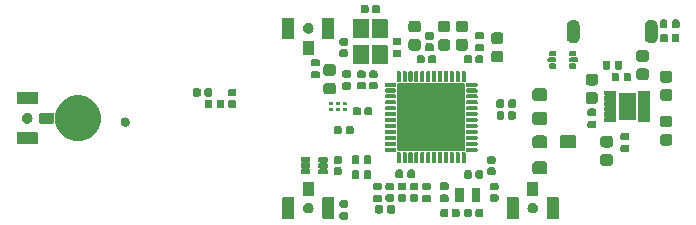
<source format=gbr>
%TF.GenerationSoftware,KiCad,Pcbnew,8.0.1*%
%TF.CreationDate,2024-10-15T00:35:35+02:00*%
%TF.ProjectId,InsuDos,496e7375-446f-4732-9e6b-696361645f70,rev?*%
%TF.SameCoordinates,Original*%
%TF.FileFunction,Soldermask,Bot*%
%TF.FilePolarity,Negative*%
%FSLAX46Y46*%
G04 Gerber Fmt 4.6, Leading zero omitted, Abs format (unit mm)*
G04 Created by KiCad (PCBNEW 8.0.1) date 2024-10-15 00:35:35*
%MOMM*%
%LPD*%
G01*
G04 APERTURE LIST*
G04 APERTURE END LIST*
G36*
X51255796Y-172954082D02*
G01*
X51315815Y-172994185D01*
X51355918Y-173054204D01*
X51370000Y-173125000D01*
X51370000Y-173395000D01*
X51355918Y-173465796D01*
X51315815Y-173525815D01*
X51255796Y-173565918D01*
X51185000Y-173580000D01*
X50815000Y-173580000D01*
X50744204Y-173565918D01*
X50684185Y-173525815D01*
X50644082Y-173465796D01*
X50630000Y-173395000D01*
X50630000Y-173125000D01*
X50644082Y-173054204D01*
X50684185Y-172994185D01*
X50744204Y-172954082D01*
X50815000Y-172940000D01*
X51185000Y-172940000D01*
X51255796Y-172954082D01*
G37*
G36*
X46769134Y-171703806D02*
G01*
X46785355Y-171714645D01*
X46796194Y-171730866D01*
X46800000Y-171750000D01*
X46800000Y-173450000D01*
X46796194Y-173469134D01*
X46785355Y-173485355D01*
X46769134Y-173496194D01*
X46750000Y-173500000D01*
X45850000Y-173500000D01*
X45830866Y-173496194D01*
X45814645Y-173485355D01*
X45803806Y-173469134D01*
X45800000Y-173450000D01*
X45800000Y-171750000D01*
X45803806Y-171730866D01*
X45814645Y-171714645D01*
X45830866Y-171703806D01*
X45850000Y-171700000D01*
X46750000Y-171700000D01*
X46769134Y-171703806D01*
G37*
G36*
X50169134Y-171703806D02*
G01*
X50185355Y-171714645D01*
X50196194Y-171730866D01*
X50200000Y-171750000D01*
X50200000Y-173450000D01*
X50196194Y-173469134D01*
X50185355Y-173485355D01*
X50169134Y-173496194D01*
X50150000Y-173500000D01*
X49250000Y-173500000D01*
X49230866Y-173496194D01*
X49214645Y-173485355D01*
X49203806Y-173469134D01*
X49200000Y-173450000D01*
X49200000Y-171750000D01*
X49203806Y-171730866D01*
X49214645Y-171714645D01*
X49230866Y-171703806D01*
X49250000Y-171700000D01*
X50150000Y-171700000D01*
X50169134Y-171703806D01*
G37*
G36*
X65769134Y-171703806D02*
G01*
X65785355Y-171714645D01*
X65796194Y-171730866D01*
X65800000Y-171750000D01*
X65800000Y-173450000D01*
X65796194Y-173469134D01*
X65785355Y-173485355D01*
X65769134Y-173496194D01*
X65750000Y-173500000D01*
X64850000Y-173500000D01*
X64830866Y-173496194D01*
X64814645Y-173485355D01*
X64803806Y-173469134D01*
X64800000Y-173450000D01*
X64800000Y-171750000D01*
X64803806Y-171730866D01*
X64814645Y-171714645D01*
X64830866Y-171703806D01*
X64850000Y-171700000D01*
X65750000Y-171700000D01*
X65769134Y-171703806D01*
G37*
G36*
X69169134Y-171703806D02*
G01*
X69185355Y-171714645D01*
X69196194Y-171730866D01*
X69200000Y-171750000D01*
X69200000Y-173450000D01*
X69196194Y-173469134D01*
X69185355Y-173485355D01*
X69169134Y-173496194D01*
X69150000Y-173500000D01*
X68250000Y-173500000D01*
X68230866Y-173496194D01*
X68214645Y-173485355D01*
X68203806Y-173469134D01*
X68200000Y-173450000D01*
X68200000Y-171750000D01*
X68203806Y-171730866D01*
X68214645Y-171714645D01*
X68230866Y-171703806D01*
X68250000Y-171700000D01*
X69150000Y-171700000D01*
X69169134Y-171703806D01*
G37*
G36*
X59732710Y-172654463D02*
G01*
X59794350Y-172695650D01*
X59835537Y-172757290D01*
X59850000Y-172830000D01*
X59850000Y-173170000D01*
X59835537Y-173242710D01*
X59794350Y-173304350D01*
X59732710Y-173345537D01*
X59660000Y-173360000D01*
X59380000Y-173360000D01*
X59307290Y-173345537D01*
X59245650Y-173304350D01*
X59204463Y-173242710D01*
X59190000Y-173170000D01*
X59190000Y-172830000D01*
X59204463Y-172757290D01*
X59245650Y-172695650D01*
X59307290Y-172654463D01*
X59380000Y-172640000D01*
X59660000Y-172640000D01*
X59732710Y-172654463D01*
G37*
G36*
X60692710Y-172654463D02*
G01*
X60754350Y-172695650D01*
X60795537Y-172757290D01*
X60810000Y-172830000D01*
X60810000Y-173170000D01*
X60795537Y-173242710D01*
X60754350Y-173304350D01*
X60692710Y-173345537D01*
X60620000Y-173360000D01*
X60340000Y-173360000D01*
X60267290Y-173345537D01*
X60205650Y-173304350D01*
X60164463Y-173242710D01*
X60150000Y-173170000D01*
X60150000Y-172830000D01*
X60164463Y-172757290D01*
X60205650Y-172695650D01*
X60267290Y-172654463D01*
X60340000Y-172640000D01*
X60620000Y-172640000D01*
X60692710Y-172654463D01*
G37*
G36*
X61732710Y-172654463D02*
G01*
X61794350Y-172695650D01*
X61835537Y-172757290D01*
X61850000Y-172830000D01*
X61850000Y-173170000D01*
X61835537Y-173242710D01*
X61794350Y-173304350D01*
X61732710Y-173345537D01*
X61660000Y-173360000D01*
X61380000Y-173360000D01*
X61307290Y-173345537D01*
X61245650Y-173304350D01*
X61204463Y-173242710D01*
X61190000Y-173170000D01*
X61190000Y-172830000D01*
X61204463Y-172757290D01*
X61245650Y-172695650D01*
X61307290Y-172654463D01*
X61380000Y-172640000D01*
X61660000Y-172640000D01*
X61732710Y-172654463D01*
G37*
G36*
X62692710Y-172654463D02*
G01*
X62754350Y-172695650D01*
X62795537Y-172757290D01*
X62810000Y-172830000D01*
X62810000Y-173170000D01*
X62795537Y-173242710D01*
X62754350Y-173304350D01*
X62692710Y-173345537D01*
X62620000Y-173360000D01*
X62340000Y-173360000D01*
X62267290Y-173345537D01*
X62205650Y-173304350D01*
X62164463Y-173242710D01*
X62150000Y-173170000D01*
X62150000Y-172830000D01*
X62164463Y-172757290D01*
X62205650Y-172695650D01*
X62267290Y-172654463D01*
X62340000Y-172640000D01*
X62620000Y-172640000D01*
X62692710Y-172654463D01*
G37*
G36*
X54195796Y-172344082D02*
G01*
X54255815Y-172384185D01*
X54295918Y-172444204D01*
X54310000Y-172515000D01*
X54310000Y-172885000D01*
X54295918Y-172955796D01*
X54255815Y-173015815D01*
X54195796Y-173055918D01*
X54125000Y-173070000D01*
X53855000Y-173070000D01*
X53784204Y-173055918D01*
X53724185Y-173015815D01*
X53684082Y-172955796D01*
X53670000Y-172885000D01*
X53670000Y-172515000D01*
X53684082Y-172444204D01*
X53724185Y-172384185D01*
X53784204Y-172344082D01*
X53855000Y-172330000D01*
X54125000Y-172330000D01*
X54195796Y-172344082D01*
G37*
G36*
X55215796Y-172344082D02*
G01*
X55275815Y-172384185D01*
X55315918Y-172444204D01*
X55330000Y-172515000D01*
X55330000Y-172885000D01*
X55315918Y-172955796D01*
X55275815Y-173015815D01*
X55215796Y-173055918D01*
X55145000Y-173070000D01*
X54875000Y-173070000D01*
X54804204Y-173055918D01*
X54744185Y-173015815D01*
X54704082Y-172955796D01*
X54690000Y-172885000D01*
X54690000Y-172515000D01*
X54704082Y-172444204D01*
X54744185Y-172384185D01*
X54804204Y-172344082D01*
X54875000Y-172330000D01*
X55145000Y-172330000D01*
X55215796Y-172344082D01*
G37*
G36*
X48186937Y-172190666D02*
G01*
X48294687Y-172259913D01*
X48378564Y-172356712D01*
X48431772Y-172473220D01*
X48450000Y-172600000D01*
X48431772Y-172726780D01*
X48378564Y-172843288D01*
X48294687Y-172940087D01*
X48186937Y-173009334D01*
X48064042Y-173045420D01*
X47935958Y-173045420D01*
X47813063Y-173009334D01*
X47705313Y-172940087D01*
X47621436Y-172843288D01*
X47568228Y-172726780D01*
X47550000Y-172600000D01*
X47568228Y-172473220D01*
X47621436Y-172356712D01*
X47705313Y-172259913D01*
X47813063Y-172190666D01*
X47935958Y-172154580D01*
X48064042Y-172154580D01*
X48186937Y-172190666D01*
G37*
G36*
X67186937Y-172190666D02*
G01*
X67294687Y-172259913D01*
X67378564Y-172356712D01*
X67431772Y-172473220D01*
X67450000Y-172600000D01*
X67431772Y-172726780D01*
X67378564Y-172843288D01*
X67294687Y-172940087D01*
X67186937Y-173009334D01*
X67064042Y-173045420D01*
X66935958Y-173045420D01*
X66813063Y-173009334D01*
X66705313Y-172940087D01*
X66621436Y-172843288D01*
X66568228Y-172726780D01*
X66550000Y-172600000D01*
X66568228Y-172473220D01*
X66621436Y-172356712D01*
X66705313Y-172259913D01*
X66813063Y-172190666D01*
X66935958Y-172154580D01*
X67064042Y-172154580D01*
X67186937Y-172190666D01*
G37*
G36*
X51255796Y-171934082D02*
G01*
X51315815Y-171974185D01*
X51355918Y-172034204D01*
X51370000Y-172105000D01*
X51370000Y-172375000D01*
X51355918Y-172445796D01*
X51315815Y-172505815D01*
X51255796Y-172545918D01*
X51185000Y-172560000D01*
X50815000Y-172560000D01*
X50744204Y-172545918D01*
X50684185Y-172505815D01*
X50644082Y-172445796D01*
X50630000Y-172375000D01*
X50630000Y-172105000D01*
X50644082Y-172034204D01*
X50684185Y-171974185D01*
X50744204Y-171934082D01*
X50815000Y-171920000D01*
X51185000Y-171920000D01*
X51255796Y-171934082D01*
G37*
G36*
X54107796Y-171474082D02*
G01*
X54167815Y-171514185D01*
X54207918Y-171574204D01*
X54222000Y-171645000D01*
X54222000Y-171915000D01*
X54207918Y-171985796D01*
X54167815Y-172045815D01*
X54107796Y-172085918D01*
X54037000Y-172100000D01*
X53667000Y-172100000D01*
X53596204Y-172085918D01*
X53536185Y-172045815D01*
X53496082Y-171985796D01*
X53482000Y-171915000D01*
X53482000Y-171645000D01*
X53496082Y-171574204D01*
X53536185Y-171514185D01*
X53596204Y-171474082D01*
X53667000Y-171460000D01*
X54037000Y-171460000D01*
X54107796Y-171474082D01*
G37*
G36*
X58255796Y-171474082D02*
G01*
X58315815Y-171514185D01*
X58355918Y-171574204D01*
X58370000Y-171645000D01*
X58370000Y-171915000D01*
X58355918Y-171985796D01*
X58315815Y-172045815D01*
X58255796Y-172085918D01*
X58185000Y-172100000D01*
X57815000Y-172100000D01*
X57744204Y-172085918D01*
X57684185Y-172045815D01*
X57644082Y-171985796D01*
X57630000Y-171915000D01*
X57630000Y-171645000D01*
X57644082Y-171574204D01*
X57684185Y-171514185D01*
X57744204Y-171474082D01*
X57815000Y-171460000D01*
X58185000Y-171460000D01*
X58255796Y-171474082D01*
G37*
G36*
X61119134Y-170903806D02*
G01*
X61135355Y-170914645D01*
X61146194Y-170930866D01*
X61150000Y-170950000D01*
X61150000Y-172050000D01*
X61146194Y-172069134D01*
X61135355Y-172085355D01*
X61119134Y-172096194D01*
X61100000Y-172100000D01*
X60500000Y-172100000D01*
X60480866Y-172096194D01*
X60464645Y-172085355D01*
X60453806Y-172069134D01*
X60450000Y-172050000D01*
X60450000Y-170950000D01*
X60453806Y-170930866D01*
X60464645Y-170914645D01*
X60480866Y-170903806D01*
X60500000Y-170900000D01*
X61100000Y-170900000D01*
X61119134Y-170903806D01*
G37*
G36*
X62519134Y-170903806D02*
G01*
X62535355Y-170914645D01*
X62546194Y-170930866D01*
X62550000Y-170950000D01*
X62550000Y-172050000D01*
X62546194Y-172069134D01*
X62535355Y-172085355D01*
X62519134Y-172096194D01*
X62500000Y-172100000D01*
X61900000Y-172100000D01*
X61880866Y-172096194D01*
X61864645Y-172085355D01*
X61853806Y-172069134D01*
X61850000Y-172050000D01*
X61850000Y-170950000D01*
X61853806Y-170930866D01*
X61864645Y-170914645D01*
X61880866Y-170903806D01*
X61900000Y-170900000D01*
X62500000Y-170900000D01*
X62519134Y-170903806D01*
G37*
G36*
X59755796Y-171454082D02*
G01*
X59815815Y-171494185D01*
X59855918Y-171554204D01*
X59870000Y-171625000D01*
X59870000Y-171895000D01*
X59855918Y-171965796D01*
X59815815Y-172025815D01*
X59755796Y-172065918D01*
X59685000Y-172080000D01*
X59315000Y-172080000D01*
X59244204Y-172065918D01*
X59184185Y-172025815D01*
X59144082Y-171965796D01*
X59130000Y-171895000D01*
X59130000Y-171625000D01*
X59144082Y-171554204D01*
X59184185Y-171494185D01*
X59244204Y-171454082D01*
X59315000Y-171440000D01*
X59685000Y-171440000D01*
X59755796Y-171454082D01*
G37*
G36*
X55136710Y-171414463D02*
G01*
X55198350Y-171455650D01*
X55239537Y-171517290D01*
X55254000Y-171590000D01*
X55254000Y-171870000D01*
X55239537Y-171942710D01*
X55198350Y-172004350D01*
X55136710Y-172045537D01*
X55064000Y-172060000D01*
X54724000Y-172060000D01*
X54651290Y-172045537D01*
X54589650Y-172004350D01*
X54548463Y-171942710D01*
X54534000Y-171870000D01*
X54534000Y-171590000D01*
X54548463Y-171517290D01*
X54589650Y-171455650D01*
X54651290Y-171414463D01*
X54724000Y-171400000D01*
X55064000Y-171400000D01*
X55136710Y-171414463D01*
G37*
G36*
X56168710Y-171414463D02*
G01*
X56230350Y-171455650D01*
X56271537Y-171517290D01*
X56286000Y-171590000D01*
X56286000Y-171870000D01*
X56271537Y-171942710D01*
X56230350Y-172004350D01*
X56168710Y-172045537D01*
X56096000Y-172060000D01*
X55756000Y-172060000D01*
X55683290Y-172045537D01*
X55621650Y-172004350D01*
X55580463Y-171942710D01*
X55566000Y-171870000D01*
X55566000Y-171590000D01*
X55580463Y-171517290D01*
X55621650Y-171455650D01*
X55683290Y-171414463D01*
X55756000Y-171400000D01*
X56096000Y-171400000D01*
X56168710Y-171414463D01*
G37*
G36*
X57200710Y-171414463D02*
G01*
X57262350Y-171455650D01*
X57303537Y-171517290D01*
X57318000Y-171590000D01*
X57318000Y-171870000D01*
X57303537Y-171942710D01*
X57262350Y-172004350D01*
X57200710Y-172045537D01*
X57128000Y-172060000D01*
X56788000Y-172060000D01*
X56715290Y-172045537D01*
X56653650Y-172004350D01*
X56612463Y-171942710D01*
X56598000Y-171870000D01*
X56598000Y-171590000D01*
X56612463Y-171517290D01*
X56653650Y-171455650D01*
X56715290Y-171414463D01*
X56788000Y-171400000D01*
X57128000Y-171400000D01*
X57200710Y-171414463D01*
G37*
G36*
X63992710Y-171414463D02*
G01*
X64054350Y-171455650D01*
X64095537Y-171517290D01*
X64110000Y-171590000D01*
X64110000Y-171870000D01*
X64095537Y-171942710D01*
X64054350Y-172004350D01*
X63992710Y-172045537D01*
X63920000Y-172060000D01*
X63580000Y-172060000D01*
X63507290Y-172045537D01*
X63445650Y-172004350D01*
X63404463Y-171942710D01*
X63390000Y-171870000D01*
X63390000Y-171590000D01*
X63404463Y-171517290D01*
X63445650Y-171455650D01*
X63507290Y-171414463D01*
X63580000Y-171400000D01*
X63920000Y-171400000D01*
X63992710Y-171414463D01*
G37*
G36*
X48419134Y-170363806D02*
G01*
X48435355Y-170374645D01*
X48446194Y-170390866D01*
X48450000Y-170410000D01*
X48450000Y-171510000D01*
X48446194Y-171529134D01*
X48435355Y-171545355D01*
X48419134Y-171556194D01*
X48400000Y-171560000D01*
X47600000Y-171560000D01*
X47580866Y-171556194D01*
X47564645Y-171545355D01*
X47553806Y-171529134D01*
X47550000Y-171510000D01*
X47550000Y-170410000D01*
X47553806Y-170390866D01*
X47564645Y-170374645D01*
X47580866Y-170363806D01*
X47600000Y-170360000D01*
X48400000Y-170360000D01*
X48419134Y-170363806D01*
G37*
G36*
X67419134Y-170363806D02*
G01*
X67435355Y-170374645D01*
X67446194Y-170390866D01*
X67450000Y-170410000D01*
X67450000Y-171510000D01*
X67446194Y-171529134D01*
X67435355Y-171545355D01*
X67419134Y-171556194D01*
X67400000Y-171560000D01*
X66600000Y-171560000D01*
X66580866Y-171556194D01*
X66564645Y-171545355D01*
X66553806Y-171529134D01*
X66550000Y-171510000D01*
X66550000Y-170410000D01*
X66553806Y-170390866D01*
X66564645Y-170374645D01*
X66580866Y-170363806D01*
X66600000Y-170360000D01*
X67400000Y-170360000D01*
X67419134Y-170363806D01*
G37*
G36*
X55136710Y-170454463D02*
G01*
X55198350Y-170495650D01*
X55239537Y-170557290D01*
X55254000Y-170630000D01*
X55254000Y-170910000D01*
X55239537Y-170982710D01*
X55198350Y-171044350D01*
X55136710Y-171085537D01*
X55064000Y-171100000D01*
X54724000Y-171100000D01*
X54651290Y-171085537D01*
X54589650Y-171044350D01*
X54548463Y-170982710D01*
X54534000Y-170910000D01*
X54534000Y-170630000D01*
X54548463Y-170557290D01*
X54589650Y-170495650D01*
X54651290Y-170454463D01*
X54724000Y-170440000D01*
X55064000Y-170440000D01*
X55136710Y-170454463D01*
G37*
G36*
X56168710Y-170454463D02*
G01*
X56230350Y-170495650D01*
X56271537Y-170557290D01*
X56286000Y-170630000D01*
X56286000Y-170910000D01*
X56271537Y-170982710D01*
X56230350Y-171044350D01*
X56168710Y-171085537D01*
X56096000Y-171100000D01*
X55756000Y-171100000D01*
X55683290Y-171085537D01*
X55621650Y-171044350D01*
X55580463Y-170982710D01*
X55566000Y-170910000D01*
X55566000Y-170630000D01*
X55580463Y-170557290D01*
X55621650Y-170495650D01*
X55683290Y-170454463D01*
X55756000Y-170440000D01*
X56096000Y-170440000D01*
X56168710Y-170454463D01*
G37*
G36*
X57200710Y-170454463D02*
G01*
X57262350Y-170495650D01*
X57303537Y-170557290D01*
X57318000Y-170630000D01*
X57318000Y-170910000D01*
X57303537Y-170982710D01*
X57262350Y-171044350D01*
X57200710Y-171085537D01*
X57128000Y-171100000D01*
X56788000Y-171100000D01*
X56715290Y-171085537D01*
X56653650Y-171044350D01*
X56612463Y-170982710D01*
X56598000Y-170910000D01*
X56598000Y-170630000D01*
X56612463Y-170557290D01*
X56653650Y-170495650D01*
X56715290Y-170454463D01*
X56788000Y-170440000D01*
X57128000Y-170440000D01*
X57200710Y-170454463D01*
G37*
G36*
X63992710Y-170454463D02*
G01*
X64054350Y-170495650D01*
X64095537Y-170557290D01*
X64110000Y-170630000D01*
X64110000Y-170910000D01*
X64095537Y-170982710D01*
X64054350Y-171044350D01*
X63992710Y-171085537D01*
X63920000Y-171100000D01*
X63580000Y-171100000D01*
X63507290Y-171085537D01*
X63445650Y-171044350D01*
X63404463Y-170982710D01*
X63390000Y-170910000D01*
X63390000Y-170630000D01*
X63404463Y-170557290D01*
X63445650Y-170495650D01*
X63507290Y-170454463D01*
X63580000Y-170440000D01*
X63920000Y-170440000D01*
X63992710Y-170454463D01*
G37*
G36*
X54107796Y-170454082D02*
G01*
X54167815Y-170494185D01*
X54207918Y-170554204D01*
X54222000Y-170625000D01*
X54222000Y-170895000D01*
X54207918Y-170965796D01*
X54167815Y-171025815D01*
X54107796Y-171065918D01*
X54037000Y-171080000D01*
X53667000Y-171080000D01*
X53596204Y-171065918D01*
X53536185Y-171025815D01*
X53496082Y-170965796D01*
X53482000Y-170895000D01*
X53482000Y-170625000D01*
X53496082Y-170554204D01*
X53536185Y-170494185D01*
X53596204Y-170454082D01*
X53667000Y-170440000D01*
X54037000Y-170440000D01*
X54107796Y-170454082D01*
G37*
G36*
X58255796Y-170454082D02*
G01*
X58315815Y-170494185D01*
X58355918Y-170554204D01*
X58370000Y-170625000D01*
X58370000Y-170895000D01*
X58355918Y-170965796D01*
X58315815Y-171025815D01*
X58255796Y-171065918D01*
X58185000Y-171080000D01*
X57815000Y-171080000D01*
X57744204Y-171065918D01*
X57684185Y-171025815D01*
X57644082Y-170965796D01*
X57630000Y-170895000D01*
X57630000Y-170625000D01*
X57644082Y-170554204D01*
X57684185Y-170494185D01*
X57744204Y-170454082D01*
X57815000Y-170440000D01*
X58185000Y-170440000D01*
X58255796Y-170454082D01*
G37*
G36*
X59755796Y-170434082D02*
G01*
X59815815Y-170474185D01*
X59855918Y-170534204D01*
X59870000Y-170605000D01*
X59870000Y-170875000D01*
X59855918Y-170945796D01*
X59815815Y-171005815D01*
X59755796Y-171045918D01*
X59685000Y-171060000D01*
X59315000Y-171060000D01*
X59244204Y-171045918D01*
X59184185Y-171005815D01*
X59144082Y-170945796D01*
X59130000Y-170875000D01*
X59130000Y-170605000D01*
X59144082Y-170534204D01*
X59184185Y-170474185D01*
X59244204Y-170434082D01*
X59315000Y-170420000D01*
X59685000Y-170420000D01*
X59755796Y-170434082D01*
G37*
G36*
X52195796Y-169394082D02*
G01*
X52255815Y-169434185D01*
X52295918Y-169494204D01*
X52310000Y-169565000D01*
X52310000Y-169935000D01*
X52295918Y-170005796D01*
X52255815Y-170065815D01*
X52195796Y-170105918D01*
X52125000Y-170120000D01*
X51855000Y-170120000D01*
X51784204Y-170105918D01*
X51724185Y-170065815D01*
X51684082Y-170005796D01*
X51670000Y-169935000D01*
X51670000Y-169565000D01*
X51684082Y-169494204D01*
X51724185Y-169434185D01*
X51784204Y-169394082D01*
X51855000Y-169380000D01*
X52125000Y-169380000D01*
X52195796Y-169394082D01*
G37*
G36*
X53215796Y-169394082D02*
G01*
X53275815Y-169434185D01*
X53315918Y-169494204D01*
X53330000Y-169565000D01*
X53330000Y-169935000D01*
X53315918Y-170005796D01*
X53275815Y-170065815D01*
X53215796Y-170105918D01*
X53145000Y-170120000D01*
X52875000Y-170120000D01*
X52804204Y-170105918D01*
X52744185Y-170065815D01*
X52704082Y-170005796D01*
X52690000Y-169935000D01*
X52690000Y-169565000D01*
X52704082Y-169494204D01*
X52744185Y-169434185D01*
X52804204Y-169394082D01*
X52875000Y-169380000D01*
X53145000Y-169380000D01*
X53215796Y-169394082D01*
G37*
G36*
X61732710Y-169404463D02*
G01*
X61794350Y-169445650D01*
X61835537Y-169507290D01*
X61850000Y-169580000D01*
X61850000Y-169920000D01*
X61835537Y-169992710D01*
X61794350Y-170054350D01*
X61732710Y-170095537D01*
X61660000Y-170110000D01*
X61380000Y-170110000D01*
X61307290Y-170095537D01*
X61245650Y-170054350D01*
X61204463Y-169992710D01*
X61190000Y-169920000D01*
X61190000Y-169580000D01*
X61204463Y-169507290D01*
X61245650Y-169445650D01*
X61307290Y-169404463D01*
X61380000Y-169390000D01*
X61660000Y-169390000D01*
X61732710Y-169404463D01*
G37*
G36*
X62692710Y-169404463D02*
G01*
X62754350Y-169445650D01*
X62795537Y-169507290D01*
X62810000Y-169580000D01*
X62810000Y-169920000D01*
X62795537Y-169992710D01*
X62754350Y-170054350D01*
X62692710Y-170095537D01*
X62620000Y-170110000D01*
X62340000Y-170110000D01*
X62267290Y-170095537D01*
X62205650Y-170054350D01*
X62164463Y-169992710D01*
X62150000Y-169920000D01*
X62150000Y-169580000D01*
X62164463Y-169507290D01*
X62205650Y-169445650D01*
X62267290Y-169404463D01*
X62340000Y-169390000D01*
X62620000Y-169390000D01*
X62692710Y-169404463D01*
G37*
G36*
X55895796Y-169344082D02*
G01*
X55955815Y-169384185D01*
X55995918Y-169444204D01*
X56010000Y-169515000D01*
X56010000Y-169885000D01*
X55995918Y-169955796D01*
X55955815Y-170015815D01*
X55895796Y-170055918D01*
X55825000Y-170070000D01*
X55555000Y-170070000D01*
X55484204Y-170055918D01*
X55424185Y-170015815D01*
X55384082Y-169955796D01*
X55370000Y-169885000D01*
X55370000Y-169515000D01*
X55384082Y-169444204D01*
X55424185Y-169384185D01*
X55484204Y-169344082D01*
X55555000Y-169330000D01*
X55825000Y-169330000D01*
X55895796Y-169344082D01*
G37*
G36*
X56915796Y-169344082D02*
G01*
X56975815Y-169384185D01*
X57015918Y-169444204D01*
X57030000Y-169515000D01*
X57030000Y-169885000D01*
X57015918Y-169955796D01*
X56975815Y-170015815D01*
X56915796Y-170055918D01*
X56845000Y-170070000D01*
X56575000Y-170070000D01*
X56504204Y-170055918D01*
X56444185Y-170015815D01*
X56404082Y-169955796D01*
X56390000Y-169885000D01*
X56390000Y-169515000D01*
X56404082Y-169444204D01*
X56444185Y-169384185D01*
X56504204Y-169344082D01*
X56575000Y-169330000D01*
X56845000Y-169330000D01*
X56915796Y-169344082D01*
G37*
G36*
X50742710Y-169164463D02*
G01*
X50804350Y-169205650D01*
X50845537Y-169267290D01*
X50860000Y-169340000D01*
X50860000Y-169620000D01*
X50845537Y-169692710D01*
X50804350Y-169754350D01*
X50742710Y-169795537D01*
X50670000Y-169810000D01*
X50330000Y-169810000D01*
X50257290Y-169795537D01*
X50195650Y-169754350D01*
X50154463Y-169692710D01*
X50140000Y-169620000D01*
X50140000Y-169340000D01*
X50154463Y-169267290D01*
X50195650Y-169205650D01*
X50257290Y-169164463D01*
X50330000Y-169150000D01*
X50670000Y-169150000D01*
X50742710Y-169164463D01*
G37*
G36*
X63742710Y-169164463D02*
G01*
X63804350Y-169205650D01*
X63845537Y-169267290D01*
X63860000Y-169340000D01*
X63860000Y-169620000D01*
X63845537Y-169692710D01*
X63804350Y-169754350D01*
X63742710Y-169795537D01*
X63670000Y-169810000D01*
X63330000Y-169810000D01*
X63257290Y-169795537D01*
X63195650Y-169754350D01*
X63154463Y-169692710D01*
X63140000Y-169620000D01*
X63140000Y-169340000D01*
X63154463Y-169267290D01*
X63195650Y-169205650D01*
X63257290Y-169164463D01*
X63330000Y-169150000D01*
X63670000Y-169150000D01*
X63742710Y-169164463D01*
G37*
G36*
X68018685Y-168657969D02*
G01*
X68027358Y-168661798D01*
X68034925Y-168662901D01*
X68082223Y-168686023D01*
X68119541Y-168702501D01*
X68122996Y-168705956D01*
X68123920Y-168706408D01*
X68193591Y-168776079D01*
X68194042Y-168777002D01*
X68197499Y-168780459D01*
X68213978Y-168817782D01*
X68237098Y-168865073D01*
X68238200Y-168872639D01*
X68242031Y-168881315D01*
X68250000Y-168950000D01*
X68250000Y-169450000D01*
X68242031Y-169518685D01*
X68238199Y-169527361D01*
X68237098Y-169534925D01*
X68213985Y-169582202D01*
X68197499Y-169619541D01*
X68194041Y-169622998D01*
X68193591Y-169623920D01*
X68123920Y-169693591D01*
X68122998Y-169694041D01*
X68119541Y-169697499D01*
X68082207Y-169713983D01*
X68034926Y-169737098D01*
X68027361Y-169738200D01*
X68018685Y-169742031D01*
X67950000Y-169750000D01*
X67250000Y-169750000D01*
X67181315Y-169742031D01*
X67172638Y-169738200D01*
X67165074Y-169737098D01*
X67117787Y-169713981D01*
X67080459Y-169697499D01*
X67077002Y-169694042D01*
X67076079Y-169693591D01*
X67006408Y-169623920D01*
X67005956Y-169622996D01*
X67002501Y-169619541D01*
X66986025Y-169582228D01*
X66962901Y-169534926D01*
X66961798Y-169527357D01*
X66957969Y-169518685D01*
X66950000Y-169450000D01*
X66950000Y-168950000D01*
X66957969Y-168881315D01*
X66961798Y-168872642D01*
X66962901Y-168865074D01*
X66986028Y-168817766D01*
X67002501Y-168780459D01*
X67005955Y-168777004D01*
X67006408Y-168776079D01*
X67076079Y-168706408D01*
X67077004Y-168705955D01*
X67080459Y-168702501D01*
X67117761Y-168686030D01*
X67165073Y-168662901D01*
X67172642Y-168661798D01*
X67181315Y-168657969D01*
X67250000Y-168650000D01*
X67950000Y-168650000D01*
X68018685Y-168657969D01*
G37*
G36*
X48066662Y-168290276D02*
G01*
X48110459Y-168319541D01*
X48139724Y-168363338D01*
X48150000Y-168415000D01*
X48150000Y-168585000D01*
X48139724Y-168636662D01*
X48110459Y-168680459D01*
X48066662Y-168709724D01*
X48064198Y-168710213D01*
X48044652Y-168723275D01*
X48044652Y-168776725D01*
X48064199Y-168789786D01*
X48066662Y-168790276D01*
X48110459Y-168819541D01*
X48139724Y-168863338D01*
X48150000Y-168915000D01*
X48150000Y-169085000D01*
X48139724Y-169136662D01*
X48110459Y-169180459D01*
X48066662Y-169209724D01*
X48064198Y-169210213D01*
X48044652Y-169223275D01*
X48044652Y-169276725D01*
X48064199Y-169289786D01*
X48066662Y-169290276D01*
X48110459Y-169319541D01*
X48139724Y-169363338D01*
X48150000Y-169415000D01*
X48150000Y-169585000D01*
X48139724Y-169636662D01*
X48110459Y-169680459D01*
X48066662Y-169709724D01*
X48015000Y-169720000D01*
X47485000Y-169720000D01*
X47433338Y-169709724D01*
X47389541Y-169680459D01*
X47360276Y-169636662D01*
X47350000Y-169585000D01*
X47350000Y-169415000D01*
X47360276Y-169363338D01*
X47389541Y-169319541D01*
X47433338Y-169290276D01*
X47435798Y-169289786D01*
X47455347Y-169276725D01*
X47455347Y-169223275D01*
X47435799Y-169210213D01*
X47433338Y-169209724D01*
X47389541Y-169180459D01*
X47360276Y-169136662D01*
X47350000Y-169085000D01*
X47350000Y-168915000D01*
X47360276Y-168863338D01*
X47389541Y-168819541D01*
X47433338Y-168790276D01*
X47435798Y-168789786D01*
X47455347Y-168776725D01*
X47455347Y-168723275D01*
X47435799Y-168710213D01*
X47433338Y-168709724D01*
X47389541Y-168680459D01*
X47360276Y-168636662D01*
X47350000Y-168585000D01*
X47350000Y-168415000D01*
X47360276Y-168363338D01*
X47389541Y-168319541D01*
X47433338Y-168290276D01*
X47485000Y-168280000D01*
X48015000Y-168280000D01*
X48066662Y-168290276D01*
G37*
G36*
X49566662Y-168290276D02*
G01*
X49610459Y-168319541D01*
X49639724Y-168363338D01*
X49650000Y-168415000D01*
X49650000Y-168585000D01*
X49639724Y-168636662D01*
X49610459Y-168680459D01*
X49566662Y-168709724D01*
X49564198Y-168710213D01*
X49544652Y-168723275D01*
X49544652Y-168776725D01*
X49564199Y-168789786D01*
X49566662Y-168790276D01*
X49610459Y-168819541D01*
X49639724Y-168863338D01*
X49650000Y-168915000D01*
X49650000Y-169085000D01*
X49639724Y-169136662D01*
X49610459Y-169180459D01*
X49566662Y-169209724D01*
X49564198Y-169210213D01*
X49544652Y-169223275D01*
X49544652Y-169276725D01*
X49564199Y-169289786D01*
X49566662Y-169290276D01*
X49610459Y-169319541D01*
X49639724Y-169363338D01*
X49650000Y-169415000D01*
X49650000Y-169585000D01*
X49639724Y-169636662D01*
X49610459Y-169680459D01*
X49566662Y-169709724D01*
X49515000Y-169720000D01*
X48985000Y-169720000D01*
X48933338Y-169709724D01*
X48889541Y-169680459D01*
X48860276Y-169636662D01*
X48850000Y-169585000D01*
X48850000Y-169415000D01*
X48860276Y-169363338D01*
X48889541Y-169319541D01*
X48933338Y-169290276D01*
X48935798Y-169289786D01*
X48955347Y-169276725D01*
X48955347Y-169223275D01*
X48935799Y-169210213D01*
X48933338Y-169209724D01*
X48889541Y-169180459D01*
X48860276Y-169136662D01*
X48850000Y-169085000D01*
X48850000Y-168915000D01*
X48860276Y-168863338D01*
X48889541Y-168819541D01*
X48933338Y-168790276D01*
X48935798Y-168789786D01*
X48955347Y-168776725D01*
X48955347Y-168723275D01*
X48935799Y-168710213D01*
X48933338Y-168709724D01*
X48889541Y-168680459D01*
X48860276Y-168636662D01*
X48850000Y-168585000D01*
X48850000Y-168415000D01*
X48860276Y-168363338D01*
X48889541Y-168319541D01*
X48933338Y-168290276D01*
X48985000Y-168280000D01*
X49515000Y-168280000D01*
X49566662Y-168290276D01*
G37*
G36*
X73506409Y-168026275D02*
G01*
X73569958Y-168034641D01*
X73585943Y-168042095D01*
X73605238Y-168045933D01*
X73630792Y-168063008D01*
X73657290Y-168075364D01*
X73673412Y-168091486D01*
X73694454Y-168105546D01*
X73708513Y-168126587D01*
X73724635Y-168142709D01*
X73736990Y-168169204D01*
X73754067Y-168194762D01*
X73757905Y-168214058D01*
X73765358Y-168230041D01*
X73773722Y-168293577D01*
X73775000Y-168300000D01*
X73775000Y-168750000D01*
X73773722Y-168756424D01*
X73765358Y-168819958D01*
X73757905Y-168835939D01*
X73754067Y-168855238D01*
X73736988Y-168880797D01*
X73724635Y-168907290D01*
X73708516Y-168923408D01*
X73694454Y-168944454D01*
X73673408Y-168958516D01*
X73657290Y-168974635D01*
X73630797Y-168986988D01*
X73605238Y-169004067D01*
X73585939Y-169007905D01*
X73569958Y-169015358D01*
X73506424Y-169023722D01*
X73500000Y-169025000D01*
X73000000Y-169025000D01*
X72993577Y-169023722D01*
X72930041Y-169015358D01*
X72914058Y-169007905D01*
X72894762Y-169004067D01*
X72869204Y-168986990D01*
X72842709Y-168974635D01*
X72826587Y-168958513D01*
X72805546Y-168944454D01*
X72791486Y-168923412D01*
X72775364Y-168907290D01*
X72763008Y-168880792D01*
X72745933Y-168855238D01*
X72742095Y-168835943D01*
X72734641Y-168819958D01*
X72726275Y-168756409D01*
X72725000Y-168750000D01*
X72725000Y-168300000D01*
X72726274Y-168293592D01*
X72734641Y-168230041D01*
X72742095Y-168214054D01*
X72745933Y-168194762D01*
X72763006Y-168169209D01*
X72775364Y-168142709D01*
X72791488Y-168126584D01*
X72805546Y-168105546D01*
X72826584Y-168091488D01*
X72842709Y-168075364D01*
X72869209Y-168063006D01*
X72894762Y-168045933D01*
X72914054Y-168042095D01*
X72930041Y-168034641D01*
X72993592Y-168026274D01*
X73000000Y-168025000D01*
X73500000Y-168025000D01*
X73506409Y-168026275D01*
G37*
G36*
X52195796Y-168144082D02*
G01*
X52255815Y-168184185D01*
X52295918Y-168244204D01*
X52310000Y-168315000D01*
X52310000Y-168685000D01*
X52295918Y-168755796D01*
X52255815Y-168815815D01*
X52195796Y-168855918D01*
X52125000Y-168870000D01*
X51855000Y-168870000D01*
X51784204Y-168855918D01*
X51724185Y-168815815D01*
X51684082Y-168755796D01*
X51670000Y-168685000D01*
X51670000Y-168315000D01*
X51684082Y-168244204D01*
X51724185Y-168184185D01*
X51784204Y-168144082D01*
X51855000Y-168130000D01*
X52125000Y-168130000D01*
X52195796Y-168144082D01*
G37*
G36*
X53215796Y-168144082D02*
G01*
X53275815Y-168184185D01*
X53315918Y-168244204D01*
X53330000Y-168315000D01*
X53330000Y-168685000D01*
X53315918Y-168755796D01*
X53275815Y-168815815D01*
X53215796Y-168855918D01*
X53145000Y-168870000D01*
X52875000Y-168870000D01*
X52804204Y-168855918D01*
X52744185Y-168815815D01*
X52704082Y-168755796D01*
X52690000Y-168685000D01*
X52690000Y-168315000D01*
X52704082Y-168244204D01*
X52744185Y-168184185D01*
X52804204Y-168144082D01*
X52875000Y-168130000D01*
X53145000Y-168130000D01*
X53215796Y-168144082D01*
G37*
G36*
X50742710Y-168204463D02*
G01*
X50804350Y-168245650D01*
X50845537Y-168307290D01*
X50860000Y-168380000D01*
X50860000Y-168660000D01*
X50845537Y-168732710D01*
X50804350Y-168794350D01*
X50742710Y-168835537D01*
X50670000Y-168850000D01*
X50330000Y-168850000D01*
X50257290Y-168835537D01*
X50195650Y-168794350D01*
X50154463Y-168732710D01*
X50140000Y-168660000D01*
X50140000Y-168380000D01*
X50154463Y-168307290D01*
X50195650Y-168245650D01*
X50257290Y-168204463D01*
X50330000Y-168190000D01*
X50670000Y-168190000D01*
X50742710Y-168204463D01*
G37*
G36*
X63742710Y-168204463D02*
G01*
X63804350Y-168245650D01*
X63845537Y-168307290D01*
X63860000Y-168380000D01*
X63860000Y-168660000D01*
X63845537Y-168732710D01*
X63804350Y-168794350D01*
X63742710Y-168835537D01*
X63670000Y-168850000D01*
X63330000Y-168850000D01*
X63257290Y-168835537D01*
X63195650Y-168794350D01*
X63154463Y-168732710D01*
X63140000Y-168660000D01*
X63140000Y-168380000D01*
X63154463Y-168307290D01*
X63195650Y-168245650D01*
X63257290Y-168204463D01*
X63330000Y-168190000D01*
X63670000Y-168190000D01*
X63742710Y-168204463D01*
G37*
G36*
X55755552Y-167858564D02*
G01*
X55792050Y-167882950D01*
X55816436Y-167919448D01*
X55825000Y-167962500D01*
X55825000Y-168712500D01*
X55816436Y-168755552D01*
X55792050Y-168792050D01*
X55755552Y-168816436D01*
X55712500Y-168825000D01*
X55587500Y-168825000D01*
X55544448Y-168816436D01*
X55507950Y-168792050D01*
X55483564Y-168755552D01*
X55475000Y-168712500D01*
X55475000Y-167962500D01*
X55483564Y-167919448D01*
X55507950Y-167882950D01*
X55544448Y-167858564D01*
X55587500Y-167850000D01*
X55712500Y-167850000D01*
X55755552Y-167858564D01*
G37*
G36*
X56255552Y-167858564D02*
G01*
X56292050Y-167882950D01*
X56316436Y-167919448D01*
X56325000Y-167962500D01*
X56325000Y-168712500D01*
X56316436Y-168755552D01*
X56292050Y-168792050D01*
X56255552Y-168816436D01*
X56212500Y-168825000D01*
X56087500Y-168825000D01*
X56044448Y-168816436D01*
X56007950Y-168792050D01*
X55983564Y-168755552D01*
X55975000Y-168712500D01*
X55975000Y-167962500D01*
X55983564Y-167919448D01*
X56007950Y-167882950D01*
X56044448Y-167858564D01*
X56087500Y-167850000D01*
X56212500Y-167850000D01*
X56255552Y-167858564D01*
G37*
G36*
X56755552Y-167858564D02*
G01*
X56792050Y-167882950D01*
X56816436Y-167919448D01*
X56825000Y-167962500D01*
X56825000Y-168712500D01*
X56816436Y-168755552D01*
X56792050Y-168792050D01*
X56755552Y-168816436D01*
X56712500Y-168825000D01*
X56587500Y-168825000D01*
X56544448Y-168816436D01*
X56507950Y-168792050D01*
X56483564Y-168755552D01*
X56475000Y-168712500D01*
X56475000Y-167962500D01*
X56483564Y-167919448D01*
X56507950Y-167882950D01*
X56544448Y-167858564D01*
X56587500Y-167850000D01*
X56712500Y-167850000D01*
X56755552Y-167858564D01*
G37*
G36*
X57255552Y-167858564D02*
G01*
X57292050Y-167882950D01*
X57316436Y-167919448D01*
X57325000Y-167962500D01*
X57325000Y-168712500D01*
X57316436Y-168755552D01*
X57292050Y-168792050D01*
X57255552Y-168816436D01*
X57212500Y-168825000D01*
X57087500Y-168825000D01*
X57044448Y-168816436D01*
X57007950Y-168792050D01*
X56983564Y-168755552D01*
X56975000Y-168712500D01*
X56975000Y-167962500D01*
X56983564Y-167919448D01*
X57007950Y-167882950D01*
X57044448Y-167858564D01*
X57087500Y-167850000D01*
X57212500Y-167850000D01*
X57255552Y-167858564D01*
G37*
G36*
X57755552Y-167858564D02*
G01*
X57792050Y-167882950D01*
X57816436Y-167919448D01*
X57825000Y-167962500D01*
X57825000Y-168712500D01*
X57816436Y-168755552D01*
X57792050Y-168792050D01*
X57755552Y-168816436D01*
X57712500Y-168825000D01*
X57587500Y-168825000D01*
X57544448Y-168816436D01*
X57507950Y-168792050D01*
X57483564Y-168755552D01*
X57475000Y-168712500D01*
X57475000Y-167962500D01*
X57483564Y-167919448D01*
X57507950Y-167882950D01*
X57544448Y-167858564D01*
X57587500Y-167850000D01*
X57712500Y-167850000D01*
X57755552Y-167858564D01*
G37*
G36*
X58255552Y-167858564D02*
G01*
X58292050Y-167882950D01*
X58316436Y-167919448D01*
X58325000Y-167962500D01*
X58325000Y-168712500D01*
X58316436Y-168755552D01*
X58292050Y-168792050D01*
X58255552Y-168816436D01*
X58212500Y-168825000D01*
X58087500Y-168825000D01*
X58044448Y-168816436D01*
X58007950Y-168792050D01*
X57983564Y-168755552D01*
X57975000Y-168712500D01*
X57975000Y-167962500D01*
X57983564Y-167919448D01*
X58007950Y-167882950D01*
X58044448Y-167858564D01*
X58087500Y-167850000D01*
X58212500Y-167850000D01*
X58255552Y-167858564D01*
G37*
G36*
X58755552Y-167858564D02*
G01*
X58792050Y-167882950D01*
X58816436Y-167919448D01*
X58825000Y-167962500D01*
X58825000Y-168712500D01*
X58816436Y-168755552D01*
X58792050Y-168792050D01*
X58755552Y-168816436D01*
X58712500Y-168825000D01*
X58587500Y-168825000D01*
X58544448Y-168816436D01*
X58507950Y-168792050D01*
X58483564Y-168755552D01*
X58475000Y-168712500D01*
X58475000Y-167962500D01*
X58483564Y-167919448D01*
X58507950Y-167882950D01*
X58544448Y-167858564D01*
X58587500Y-167850000D01*
X58712500Y-167850000D01*
X58755552Y-167858564D01*
G37*
G36*
X59255552Y-167858564D02*
G01*
X59292050Y-167882950D01*
X59316436Y-167919448D01*
X59325000Y-167962500D01*
X59325000Y-168712500D01*
X59316436Y-168755552D01*
X59292050Y-168792050D01*
X59255552Y-168816436D01*
X59212500Y-168825000D01*
X59087500Y-168825000D01*
X59044448Y-168816436D01*
X59007950Y-168792050D01*
X58983564Y-168755552D01*
X58975000Y-168712500D01*
X58975000Y-167962500D01*
X58983564Y-167919448D01*
X59007950Y-167882950D01*
X59044448Y-167858564D01*
X59087500Y-167850000D01*
X59212500Y-167850000D01*
X59255552Y-167858564D01*
G37*
G36*
X59755552Y-167858564D02*
G01*
X59792050Y-167882950D01*
X59816436Y-167919448D01*
X59825000Y-167962500D01*
X59825000Y-168712500D01*
X59816436Y-168755552D01*
X59792050Y-168792050D01*
X59755552Y-168816436D01*
X59712500Y-168825000D01*
X59587500Y-168825000D01*
X59544448Y-168816436D01*
X59507950Y-168792050D01*
X59483564Y-168755552D01*
X59475000Y-168712500D01*
X59475000Y-167962500D01*
X59483564Y-167919448D01*
X59507950Y-167882950D01*
X59544448Y-167858564D01*
X59587500Y-167850000D01*
X59712500Y-167850000D01*
X59755552Y-167858564D01*
G37*
G36*
X60255552Y-167858564D02*
G01*
X60292050Y-167882950D01*
X60316436Y-167919448D01*
X60325000Y-167962500D01*
X60325000Y-168712500D01*
X60316436Y-168755552D01*
X60292050Y-168792050D01*
X60255552Y-168816436D01*
X60212500Y-168825000D01*
X60087500Y-168825000D01*
X60044448Y-168816436D01*
X60007950Y-168792050D01*
X59983564Y-168755552D01*
X59975000Y-168712500D01*
X59975000Y-167962500D01*
X59983564Y-167919448D01*
X60007950Y-167882950D01*
X60044448Y-167858564D01*
X60087500Y-167850000D01*
X60212500Y-167850000D01*
X60255552Y-167858564D01*
G37*
G36*
X60755552Y-167858564D02*
G01*
X60792050Y-167882950D01*
X60816436Y-167919448D01*
X60825000Y-167962500D01*
X60825000Y-168712500D01*
X60816436Y-168755552D01*
X60792050Y-168792050D01*
X60755552Y-168816436D01*
X60712500Y-168825000D01*
X60587500Y-168825000D01*
X60544448Y-168816436D01*
X60507950Y-168792050D01*
X60483564Y-168755552D01*
X60475000Y-168712500D01*
X60475000Y-167962500D01*
X60483564Y-167919448D01*
X60507950Y-167882950D01*
X60544448Y-167858564D01*
X60587500Y-167850000D01*
X60712500Y-167850000D01*
X60755552Y-167858564D01*
G37*
G36*
X61255552Y-167858564D02*
G01*
X61292050Y-167882950D01*
X61316436Y-167919448D01*
X61325000Y-167962500D01*
X61325000Y-168712500D01*
X61316436Y-168755552D01*
X61292050Y-168792050D01*
X61255552Y-168816436D01*
X61212500Y-168825000D01*
X61087500Y-168825000D01*
X61044448Y-168816436D01*
X61007950Y-168792050D01*
X60983564Y-168755552D01*
X60975000Y-168712500D01*
X60975000Y-167962500D01*
X60983564Y-167919448D01*
X61007950Y-167882950D01*
X61044448Y-167858564D01*
X61087500Y-167850000D01*
X61212500Y-167850000D01*
X61255552Y-167858564D01*
G37*
G36*
X75055796Y-167254082D02*
G01*
X75115815Y-167294185D01*
X75155918Y-167354204D01*
X75170000Y-167425000D01*
X75170000Y-167695000D01*
X75155918Y-167765796D01*
X75115815Y-167825815D01*
X75055796Y-167865918D01*
X74985000Y-167880000D01*
X74615000Y-167880000D01*
X74544204Y-167865918D01*
X74484185Y-167825815D01*
X74444082Y-167765796D01*
X74430000Y-167695000D01*
X74430000Y-167425000D01*
X74444082Y-167354204D01*
X74484185Y-167294185D01*
X74544204Y-167254082D01*
X74615000Y-167240000D01*
X74985000Y-167240000D01*
X75055796Y-167254082D01*
G37*
G36*
X55380552Y-167483564D02*
G01*
X55417050Y-167507950D01*
X55441436Y-167544448D01*
X55450000Y-167587500D01*
X55450000Y-167712500D01*
X55441436Y-167755552D01*
X55417050Y-167792050D01*
X55380552Y-167816436D01*
X55337500Y-167825000D01*
X54587500Y-167825000D01*
X54544448Y-167816436D01*
X54507950Y-167792050D01*
X54483564Y-167755552D01*
X54475000Y-167712500D01*
X54475000Y-167587500D01*
X54483564Y-167544448D01*
X54507950Y-167507950D01*
X54544448Y-167483564D01*
X54587500Y-167475000D01*
X55337500Y-167475000D01*
X55380552Y-167483564D01*
G37*
G36*
X62255552Y-167483564D02*
G01*
X62292050Y-167507950D01*
X62316436Y-167544448D01*
X62325000Y-167587500D01*
X62325000Y-167712500D01*
X62316436Y-167755552D01*
X62292050Y-167792050D01*
X62255552Y-167816436D01*
X62212500Y-167825000D01*
X61462500Y-167825000D01*
X61419448Y-167816436D01*
X61382950Y-167792050D01*
X61358564Y-167755552D01*
X61350000Y-167712500D01*
X61350000Y-167587500D01*
X61358564Y-167544448D01*
X61382950Y-167507950D01*
X61419448Y-167483564D01*
X61462500Y-167475000D01*
X62212500Y-167475000D01*
X62255552Y-167483564D01*
G37*
G36*
X61219134Y-162053806D02*
G01*
X61235355Y-162064645D01*
X61246194Y-162080866D01*
X61250000Y-162100000D01*
X61250000Y-167700000D01*
X61246194Y-167719134D01*
X61235355Y-167735355D01*
X61219134Y-167746194D01*
X61200000Y-167750000D01*
X55600000Y-167750000D01*
X55580866Y-167746194D01*
X55564645Y-167735355D01*
X55553806Y-167719134D01*
X55550000Y-167700000D01*
X55550000Y-162100000D01*
X55553806Y-162080866D01*
X55564645Y-162064645D01*
X55580866Y-162053806D01*
X55600000Y-162050000D01*
X61200000Y-162050000D01*
X61219134Y-162053806D01*
G37*
G36*
X68018685Y-166457969D02*
G01*
X68027358Y-166461798D01*
X68034925Y-166462901D01*
X68082223Y-166486023D01*
X68119541Y-166502501D01*
X68122996Y-166505956D01*
X68123920Y-166506408D01*
X68193591Y-166576079D01*
X68194042Y-166577002D01*
X68197499Y-166580459D01*
X68213978Y-166617782D01*
X68237098Y-166665073D01*
X68238200Y-166672639D01*
X68242031Y-166681315D01*
X68250000Y-166750000D01*
X68250000Y-167250000D01*
X68242031Y-167318685D01*
X68238199Y-167327361D01*
X68237098Y-167334925D01*
X68213985Y-167382202D01*
X68197499Y-167419541D01*
X68194041Y-167422998D01*
X68193591Y-167423920D01*
X68123920Y-167493591D01*
X68122998Y-167494041D01*
X68119541Y-167497499D01*
X68082207Y-167513983D01*
X68034926Y-167537098D01*
X68027361Y-167538200D01*
X68018685Y-167542031D01*
X67950000Y-167550000D01*
X67250000Y-167550000D01*
X67181315Y-167542031D01*
X67172638Y-167538200D01*
X67165074Y-167537098D01*
X67117787Y-167513981D01*
X67080459Y-167497499D01*
X67077002Y-167494042D01*
X67076079Y-167493591D01*
X67006408Y-167423920D01*
X67005956Y-167422996D01*
X67002501Y-167419541D01*
X66986025Y-167382228D01*
X66962901Y-167334926D01*
X66961798Y-167327357D01*
X66957969Y-167318685D01*
X66950000Y-167250000D01*
X66950000Y-166750000D01*
X66957969Y-166681315D01*
X66961798Y-166672642D01*
X66962901Y-166665074D01*
X66986028Y-166617766D01*
X67002501Y-166580459D01*
X67005955Y-166577004D01*
X67006408Y-166576079D01*
X67076079Y-166506408D01*
X67077004Y-166505955D01*
X67080459Y-166502501D01*
X67117761Y-166486030D01*
X67165073Y-166462901D01*
X67172642Y-166461798D01*
X67181315Y-166457969D01*
X67250000Y-166450000D01*
X67950000Y-166450000D01*
X68018685Y-166457969D01*
G37*
G36*
X70619134Y-166453806D02*
G01*
X70635355Y-166464645D01*
X70646194Y-166480866D01*
X70650000Y-166500000D01*
X70650000Y-167500000D01*
X70646194Y-167519134D01*
X70635355Y-167535355D01*
X70619134Y-167546194D01*
X70600000Y-167550000D01*
X69400000Y-167550000D01*
X69380866Y-167546194D01*
X69364645Y-167535355D01*
X69353806Y-167519134D01*
X69350000Y-167500000D01*
X69350000Y-166500000D01*
X69353806Y-166480866D01*
X69364645Y-166464645D01*
X69380866Y-166453806D01*
X69400000Y-166450000D01*
X70600000Y-166450000D01*
X70619134Y-166453806D01*
G37*
G36*
X73506409Y-166476275D02*
G01*
X73569958Y-166484641D01*
X73585943Y-166492095D01*
X73605238Y-166495933D01*
X73630792Y-166513008D01*
X73657290Y-166525364D01*
X73673412Y-166541486D01*
X73694454Y-166555546D01*
X73708513Y-166576587D01*
X73724635Y-166592709D01*
X73736990Y-166619204D01*
X73754067Y-166644762D01*
X73757905Y-166664058D01*
X73765358Y-166680041D01*
X73773722Y-166743577D01*
X73775000Y-166750000D01*
X73775000Y-167200000D01*
X73773722Y-167206424D01*
X73765358Y-167269958D01*
X73757905Y-167285939D01*
X73754067Y-167305238D01*
X73736988Y-167330797D01*
X73724635Y-167357290D01*
X73708516Y-167373408D01*
X73694454Y-167394454D01*
X73673408Y-167408516D01*
X73657290Y-167424635D01*
X73630797Y-167436988D01*
X73605238Y-167454067D01*
X73585939Y-167457905D01*
X73569958Y-167465358D01*
X73506424Y-167473722D01*
X73500000Y-167475000D01*
X73000000Y-167475000D01*
X72993577Y-167473722D01*
X72930041Y-167465358D01*
X72914058Y-167457905D01*
X72894762Y-167454067D01*
X72869204Y-167436990D01*
X72842709Y-167424635D01*
X72826587Y-167408513D01*
X72805546Y-167394454D01*
X72791486Y-167373412D01*
X72775364Y-167357290D01*
X72763008Y-167330792D01*
X72745933Y-167305238D01*
X72742095Y-167285943D01*
X72734641Y-167269958D01*
X72726275Y-167206409D01*
X72725000Y-167200000D01*
X72725000Y-166750000D01*
X72726274Y-166743592D01*
X72734641Y-166680041D01*
X72742095Y-166664054D01*
X72745933Y-166644762D01*
X72763006Y-166619209D01*
X72775364Y-166592709D01*
X72791488Y-166576584D01*
X72805546Y-166555546D01*
X72826584Y-166541488D01*
X72842709Y-166525364D01*
X72869209Y-166513006D01*
X72894762Y-166495933D01*
X72914054Y-166492095D01*
X72930041Y-166484641D01*
X72993592Y-166476274D01*
X73000000Y-166475000D01*
X73500000Y-166475000D01*
X73506409Y-166476275D01*
G37*
G36*
X55380552Y-166983564D02*
G01*
X55417050Y-167007950D01*
X55441436Y-167044448D01*
X55450000Y-167087500D01*
X55450000Y-167212500D01*
X55441436Y-167255552D01*
X55417050Y-167292050D01*
X55380552Y-167316436D01*
X55337500Y-167325000D01*
X54587500Y-167325000D01*
X54544448Y-167316436D01*
X54507950Y-167292050D01*
X54483564Y-167255552D01*
X54475000Y-167212500D01*
X54475000Y-167087500D01*
X54483564Y-167044448D01*
X54507950Y-167007950D01*
X54544448Y-166983564D01*
X54587500Y-166975000D01*
X55337500Y-166975000D01*
X55380552Y-166983564D01*
G37*
G36*
X62255552Y-166983564D02*
G01*
X62292050Y-167007950D01*
X62316436Y-167044448D01*
X62325000Y-167087500D01*
X62325000Y-167212500D01*
X62316436Y-167255552D01*
X62292050Y-167292050D01*
X62255552Y-167316436D01*
X62212500Y-167325000D01*
X61462500Y-167325000D01*
X61419448Y-167316436D01*
X61382950Y-167292050D01*
X61358564Y-167255552D01*
X61350000Y-167212500D01*
X61350000Y-167087500D01*
X61358564Y-167044448D01*
X61382950Y-167007950D01*
X61419448Y-166983564D01*
X61462500Y-166975000D01*
X62212500Y-166975000D01*
X62255552Y-166983564D01*
G37*
G36*
X78556409Y-166326275D02*
G01*
X78619958Y-166334641D01*
X78635943Y-166342095D01*
X78655238Y-166345933D01*
X78680792Y-166363008D01*
X78707290Y-166375364D01*
X78723412Y-166391486D01*
X78744454Y-166405546D01*
X78758513Y-166426587D01*
X78774635Y-166442709D01*
X78786990Y-166469204D01*
X78804067Y-166494762D01*
X78807905Y-166514058D01*
X78815358Y-166530041D01*
X78823722Y-166593577D01*
X78825000Y-166600000D01*
X78825000Y-167050000D01*
X78823722Y-167056424D01*
X78815358Y-167119958D01*
X78807905Y-167135939D01*
X78804067Y-167155238D01*
X78786988Y-167180797D01*
X78774635Y-167207290D01*
X78758516Y-167223408D01*
X78744454Y-167244454D01*
X78723408Y-167258516D01*
X78707290Y-167274635D01*
X78680797Y-167286988D01*
X78655238Y-167304067D01*
X78635939Y-167307905D01*
X78619958Y-167315358D01*
X78556424Y-167323722D01*
X78550000Y-167325000D01*
X78050000Y-167325000D01*
X78043577Y-167323722D01*
X77980041Y-167315358D01*
X77964058Y-167307905D01*
X77944762Y-167304067D01*
X77919204Y-167286990D01*
X77892709Y-167274635D01*
X77876587Y-167258513D01*
X77855546Y-167244454D01*
X77841486Y-167223412D01*
X77825364Y-167207290D01*
X77813008Y-167180792D01*
X77795933Y-167155238D01*
X77792095Y-167135943D01*
X77784641Y-167119958D01*
X77776275Y-167056409D01*
X77775000Y-167050000D01*
X77775000Y-166600000D01*
X77776274Y-166593592D01*
X77784641Y-166530041D01*
X77792095Y-166514054D01*
X77795933Y-166494762D01*
X77813006Y-166469209D01*
X77825364Y-166442709D01*
X77841488Y-166426584D01*
X77855546Y-166405546D01*
X77876584Y-166391488D01*
X77892709Y-166375364D01*
X77919209Y-166363006D01*
X77944762Y-166345933D01*
X77964054Y-166342095D01*
X77980041Y-166334641D01*
X78043592Y-166326274D01*
X78050000Y-166325000D01*
X78550000Y-166325000D01*
X78556409Y-166326275D01*
G37*
G36*
X25069134Y-166203806D02*
G01*
X25085355Y-166214645D01*
X25096194Y-166230866D01*
X25100000Y-166250000D01*
X25100000Y-167150000D01*
X25096194Y-167169134D01*
X25085355Y-167185355D01*
X25069134Y-167196194D01*
X25050000Y-167200000D01*
X23350000Y-167200000D01*
X23330866Y-167196194D01*
X23314645Y-167185355D01*
X23303806Y-167169134D01*
X23300000Y-167150000D01*
X23300000Y-166250000D01*
X23303806Y-166230866D01*
X23314645Y-166214645D01*
X23330866Y-166203806D01*
X23350000Y-166200000D01*
X25050000Y-166200000D01*
X25069134Y-166203806D01*
G37*
G36*
X28777514Y-163069848D02*
G01*
X29049378Y-163128989D01*
X29310059Y-163226218D01*
X29554250Y-163359556D01*
X29776978Y-163526288D01*
X29973712Y-163723022D01*
X30140444Y-163945750D01*
X30273782Y-164189941D01*
X30371011Y-164450622D01*
X30430152Y-164722486D01*
X30450000Y-165000000D01*
X30430152Y-165277514D01*
X30371011Y-165549378D01*
X30273782Y-165810059D01*
X30140444Y-166054250D01*
X29973712Y-166276978D01*
X29776978Y-166473712D01*
X29554250Y-166640444D01*
X29310059Y-166773782D01*
X29049378Y-166871011D01*
X28777514Y-166930152D01*
X28500000Y-166950000D01*
X28222486Y-166930152D01*
X27950622Y-166871011D01*
X27689941Y-166773782D01*
X27445750Y-166640444D01*
X27223022Y-166473712D01*
X27026288Y-166276978D01*
X26859556Y-166054250D01*
X26726218Y-165810059D01*
X26628989Y-165549378D01*
X26569848Y-165277514D01*
X26550000Y-165000000D01*
X26569848Y-164722486D01*
X26628989Y-164450622D01*
X26726218Y-164189941D01*
X26859556Y-163945750D01*
X27026288Y-163723022D01*
X27223022Y-163526288D01*
X27445750Y-163359556D01*
X27689941Y-163226218D01*
X27950622Y-163128989D01*
X28222486Y-163069848D01*
X28500000Y-163050000D01*
X28777514Y-163069848D01*
G37*
G36*
X75055796Y-166234082D02*
G01*
X75115815Y-166274185D01*
X75155918Y-166334204D01*
X75170000Y-166405000D01*
X75170000Y-166675000D01*
X75155918Y-166745796D01*
X75115815Y-166805815D01*
X75055796Y-166845918D01*
X74985000Y-166860000D01*
X74615000Y-166860000D01*
X74544204Y-166845918D01*
X74484185Y-166805815D01*
X74444082Y-166745796D01*
X74430000Y-166675000D01*
X74430000Y-166405000D01*
X74444082Y-166334204D01*
X74484185Y-166274185D01*
X74544204Y-166234082D01*
X74615000Y-166220000D01*
X74985000Y-166220000D01*
X75055796Y-166234082D01*
G37*
G36*
X55380552Y-166483564D02*
G01*
X55417050Y-166507950D01*
X55441436Y-166544448D01*
X55450000Y-166587500D01*
X55450000Y-166712500D01*
X55441436Y-166755552D01*
X55417050Y-166792050D01*
X55380552Y-166816436D01*
X55337500Y-166825000D01*
X54587500Y-166825000D01*
X54544448Y-166816436D01*
X54507950Y-166792050D01*
X54483564Y-166755552D01*
X54475000Y-166712500D01*
X54475000Y-166587500D01*
X54483564Y-166544448D01*
X54507950Y-166507950D01*
X54544448Y-166483564D01*
X54587500Y-166475000D01*
X55337500Y-166475000D01*
X55380552Y-166483564D01*
G37*
G36*
X62255552Y-166483564D02*
G01*
X62292050Y-166507950D01*
X62316436Y-166544448D01*
X62325000Y-166587500D01*
X62325000Y-166712500D01*
X62316436Y-166755552D01*
X62292050Y-166792050D01*
X62255552Y-166816436D01*
X62212500Y-166825000D01*
X61462500Y-166825000D01*
X61419448Y-166816436D01*
X61382950Y-166792050D01*
X61358564Y-166755552D01*
X61350000Y-166712500D01*
X61350000Y-166587500D01*
X61358564Y-166544448D01*
X61382950Y-166507950D01*
X61419448Y-166483564D01*
X61462500Y-166475000D01*
X62212500Y-166475000D01*
X62255552Y-166483564D01*
G37*
G36*
X50695796Y-165644082D02*
G01*
X50755815Y-165684185D01*
X50795918Y-165744204D01*
X50810000Y-165815000D01*
X50810000Y-166185000D01*
X50795918Y-166255796D01*
X50755815Y-166315815D01*
X50695796Y-166355918D01*
X50625000Y-166370000D01*
X50355000Y-166370000D01*
X50284204Y-166355918D01*
X50224185Y-166315815D01*
X50184082Y-166255796D01*
X50170000Y-166185000D01*
X50170000Y-165815000D01*
X50184082Y-165744204D01*
X50224185Y-165684185D01*
X50284204Y-165644082D01*
X50355000Y-165630000D01*
X50625000Y-165630000D01*
X50695796Y-165644082D01*
G37*
G36*
X51715796Y-165644082D02*
G01*
X51775815Y-165684185D01*
X51815918Y-165744204D01*
X51830000Y-165815000D01*
X51830000Y-166185000D01*
X51815918Y-166255796D01*
X51775815Y-166315815D01*
X51715796Y-166355918D01*
X51645000Y-166370000D01*
X51375000Y-166370000D01*
X51304204Y-166355918D01*
X51244185Y-166315815D01*
X51204082Y-166255796D01*
X51190000Y-166185000D01*
X51190000Y-165815000D01*
X51204082Y-165744204D01*
X51244185Y-165684185D01*
X51304204Y-165644082D01*
X51375000Y-165630000D01*
X51645000Y-165630000D01*
X51715796Y-165644082D01*
G37*
G36*
X55380552Y-165983564D02*
G01*
X55417050Y-166007950D01*
X55441436Y-166044448D01*
X55450000Y-166087500D01*
X55450000Y-166212500D01*
X55441436Y-166255552D01*
X55417050Y-166292050D01*
X55380552Y-166316436D01*
X55337500Y-166325000D01*
X54587500Y-166325000D01*
X54544448Y-166316436D01*
X54507950Y-166292050D01*
X54483564Y-166255552D01*
X54475000Y-166212500D01*
X54475000Y-166087500D01*
X54483564Y-166044448D01*
X54507950Y-166007950D01*
X54544448Y-165983564D01*
X54587500Y-165975000D01*
X55337500Y-165975000D01*
X55380552Y-165983564D01*
G37*
G36*
X62255552Y-165983564D02*
G01*
X62292050Y-166007950D01*
X62316436Y-166044448D01*
X62325000Y-166087500D01*
X62325000Y-166212500D01*
X62316436Y-166255552D01*
X62292050Y-166292050D01*
X62255552Y-166316436D01*
X62212500Y-166325000D01*
X61462500Y-166325000D01*
X61419448Y-166316436D01*
X61382950Y-166292050D01*
X61358564Y-166255552D01*
X61350000Y-166212500D01*
X61350000Y-166087500D01*
X61358564Y-166044448D01*
X61382950Y-166007950D01*
X61419448Y-165983564D01*
X61462500Y-165975000D01*
X62212500Y-165975000D01*
X62255552Y-165983564D01*
G37*
G36*
X72255796Y-165204082D02*
G01*
X72315815Y-165244185D01*
X72355918Y-165304204D01*
X72370000Y-165375000D01*
X72370000Y-165645000D01*
X72355918Y-165715796D01*
X72315815Y-165775815D01*
X72255796Y-165815918D01*
X72185000Y-165830000D01*
X71815000Y-165830000D01*
X71744204Y-165815918D01*
X71684185Y-165775815D01*
X71644082Y-165715796D01*
X71630000Y-165645000D01*
X71630000Y-165375000D01*
X71644082Y-165304204D01*
X71684185Y-165244185D01*
X71744204Y-165204082D01*
X71815000Y-165190000D01*
X72185000Y-165190000D01*
X72255796Y-165204082D01*
G37*
G36*
X55380552Y-165483564D02*
G01*
X55417050Y-165507950D01*
X55441436Y-165544448D01*
X55450000Y-165587500D01*
X55450000Y-165712500D01*
X55441436Y-165755552D01*
X55417050Y-165792050D01*
X55380552Y-165816436D01*
X55337500Y-165825000D01*
X54587500Y-165825000D01*
X54544448Y-165816436D01*
X54507950Y-165792050D01*
X54483564Y-165755552D01*
X54475000Y-165712500D01*
X54475000Y-165587500D01*
X54483564Y-165544448D01*
X54507950Y-165507950D01*
X54544448Y-165483564D01*
X54587500Y-165475000D01*
X55337500Y-165475000D01*
X55380552Y-165483564D01*
G37*
G36*
X62255552Y-165483564D02*
G01*
X62292050Y-165507950D01*
X62316436Y-165544448D01*
X62325000Y-165587500D01*
X62325000Y-165712500D01*
X62316436Y-165755552D01*
X62292050Y-165792050D01*
X62255552Y-165816436D01*
X62212500Y-165825000D01*
X61462500Y-165825000D01*
X61419448Y-165816436D01*
X61382950Y-165792050D01*
X61358564Y-165755552D01*
X61350000Y-165712500D01*
X61350000Y-165587500D01*
X61358564Y-165544448D01*
X61382950Y-165507950D01*
X61419448Y-165483564D01*
X61462500Y-165475000D01*
X62212500Y-165475000D01*
X62255552Y-165483564D01*
G37*
G36*
X78556409Y-164776275D02*
G01*
X78619958Y-164784641D01*
X78635943Y-164792095D01*
X78655238Y-164795933D01*
X78680792Y-164813008D01*
X78707290Y-164825364D01*
X78723412Y-164841486D01*
X78744454Y-164855546D01*
X78758513Y-164876587D01*
X78774635Y-164892709D01*
X78786990Y-164919204D01*
X78804067Y-164944762D01*
X78807905Y-164964058D01*
X78815358Y-164980041D01*
X78823722Y-165043577D01*
X78825000Y-165050000D01*
X78825000Y-165500000D01*
X78823722Y-165506424D01*
X78815358Y-165569958D01*
X78807905Y-165585939D01*
X78804067Y-165605238D01*
X78786988Y-165630797D01*
X78774635Y-165657290D01*
X78758516Y-165673408D01*
X78744454Y-165694454D01*
X78723408Y-165708516D01*
X78707290Y-165724635D01*
X78680797Y-165736988D01*
X78655238Y-165754067D01*
X78635939Y-165757905D01*
X78619958Y-165765358D01*
X78556424Y-165773722D01*
X78550000Y-165775000D01*
X78050000Y-165775000D01*
X78043577Y-165773722D01*
X77980041Y-165765358D01*
X77964058Y-165757905D01*
X77944762Y-165754067D01*
X77919204Y-165736990D01*
X77892709Y-165724635D01*
X77876587Y-165708513D01*
X77855546Y-165694454D01*
X77841486Y-165673412D01*
X77825364Y-165657290D01*
X77813008Y-165630792D01*
X77795933Y-165605238D01*
X77792095Y-165585943D01*
X77784641Y-165569958D01*
X77776275Y-165506409D01*
X77775000Y-165500000D01*
X77775000Y-165050000D01*
X77776274Y-165043592D01*
X77784641Y-164980041D01*
X77792095Y-164964054D01*
X77795933Y-164944762D01*
X77813006Y-164919209D01*
X77825364Y-164892709D01*
X77841488Y-164876584D01*
X77855546Y-164855546D01*
X77876584Y-164841488D01*
X77892709Y-164825364D01*
X77919209Y-164813006D01*
X77944762Y-164795933D01*
X77964054Y-164792095D01*
X77980041Y-164784641D01*
X78043592Y-164776274D01*
X78050000Y-164775000D01*
X78550000Y-164775000D01*
X78556409Y-164776275D01*
G37*
G36*
X32528918Y-164924580D02*
G01*
X32556851Y-164924580D01*
X32589561Y-164934184D01*
X32623607Y-164939577D01*
X32644934Y-164950444D01*
X32665954Y-164956616D01*
X32700041Y-164978522D01*
X32735114Y-164996393D01*
X32748180Y-165009459D01*
X32761607Y-165018088D01*
X32792751Y-165054030D01*
X32823607Y-165084886D01*
X32829485Y-165096423D01*
X32836068Y-165104020D01*
X32859503Y-165155336D01*
X32880423Y-165196393D01*
X32881574Y-165203665D01*
X32883304Y-165207452D01*
X32894417Y-165284753D01*
X32900000Y-165320000D01*
X32894417Y-165355249D01*
X32883304Y-165432547D01*
X32881575Y-165436332D01*
X32880423Y-165443607D01*
X32859499Y-165484671D01*
X32836068Y-165535979D01*
X32829487Y-165543573D01*
X32823607Y-165555114D01*
X32792745Y-165585975D01*
X32761607Y-165621911D01*
X32748182Y-165630538D01*
X32735114Y-165643607D01*
X32700034Y-165661481D01*
X32665954Y-165683383D01*
X32644938Y-165689553D01*
X32623607Y-165700423D01*
X32589559Y-165705815D01*
X32556851Y-165715420D01*
X32528918Y-165715420D01*
X32500000Y-165720000D01*
X32471082Y-165715420D01*
X32443149Y-165715420D01*
X32410439Y-165705815D01*
X32376393Y-165700423D01*
X32355062Y-165689554D01*
X32334045Y-165683383D01*
X32299961Y-165661478D01*
X32264886Y-165643607D01*
X32251818Y-165630539D01*
X32238392Y-165621911D01*
X32207247Y-165585968D01*
X32176393Y-165555114D01*
X32170514Y-165543576D01*
X32163931Y-165535979D01*
X32140491Y-165484652D01*
X32119577Y-165443607D01*
X32118425Y-165436336D01*
X32116695Y-165432547D01*
X32105572Y-165355181D01*
X32100000Y-165320000D01*
X32105571Y-165284821D01*
X32116695Y-165207452D01*
X32118425Y-165203662D01*
X32119577Y-165196393D01*
X32140486Y-165155355D01*
X32163931Y-165104020D01*
X32170515Y-165096421D01*
X32176393Y-165084886D01*
X32207240Y-165054038D01*
X32238392Y-165018088D01*
X32251821Y-165009457D01*
X32264886Y-164996393D01*
X32299953Y-164978525D01*
X32334045Y-164956616D01*
X32355066Y-164950443D01*
X32376393Y-164939577D01*
X32410437Y-164934184D01*
X32443149Y-164924580D01*
X32471082Y-164924580D01*
X32500000Y-164920000D01*
X32528918Y-164924580D01*
G37*
G36*
X68018685Y-164457969D02*
G01*
X68027358Y-164461798D01*
X68034925Y-164462901D01*
X68082223Y-164486023D01*
X68119541Y-164502501D01*
X68122996Y-164505956D01*
X68123920Y-164506408D01*
X68193591Y-164576079D01*
X68194042Y-164577002D01*
X68197499Y-164580459D01*
X68213978Y-164617782D01*
X68237098Y-164665073D01*
X68238200Y-164672639D01*
X68242031Y-164681315D01*
X68250000Y-164750000D01*
X68250000Y-165250000D01*
X68242031Y-165318685D01*
X68238199Y-165327361D01*
X68237098Y-165334925D01*
X68213985Y-165382202D01*
X68197499Y-165419541D01*
X68194041Y-165422998D01*
X68193591Y-165423920D01*
X68123920Y-165493591D01*
X68122998Y-165494041D01*
X68119541Y-165497499D01*
X68082207Y-165513983D01*
X68034926Y-165537098D01*
X68027361Y-165538200D01*
X68018685Y-165542031D01*
X67950000Y-165550000D01*
X67250000Y-165550000D01*
X67181315Y-165542031D01*
X67172638Y-165538200D01*
X67165074Y-165537098D01*
X67117787Y-165513981D01*
X67080459Y-165497499D01*
X67077002Y-165494042D01*
X67076079Y-165493591D01*
X67006408Y-165423920D01*
X67005956Y-165422996D01*
X67002501Y-165419541D01*
X66986025Y-165382228D01*
X66962901Y-165334926D01*
X66961798Y-165327357D01*
X66957969Y-165318685D01*
X66950000Y-165250000D01*
X66950000Y-164750000D01*
X66957969Y-164681315D01*
X66961798Y-164672642D01*
X66962901Y-164665074D01*
X66986028Y-164617766D01*
X67002501Y-164580459D01*
X67005955Y-164577004D01*
X67006408Y-164576079D01*
X67076079Y-164506408D01*
X67077004Y-164505955D01*
X67080459Y-164502501D01*
X67117761Y-164486030D01*
X67165073Y-164462901D01*
X67172642Y-164461798D01*
X67181315Y-164457969D01*
X67250000Y-164450000D01*
X67950000Y-164450000D01*
X68018685Y-164457969D01*
G37*
G36*
X26409134Y-164553806D02*
G01*
X26425355Y-164564645D01*
X26436194Y-164580866D01*
X26440000Y-164600000D01*
X26440000Y-165400000D01*
X26436194Y-165419134D01*
X26425355Y-165435355D01*
X26409134Y-165446194D01*
X26390000Y-165450000D01*
X25290000Y-165450000D01*
X25270866Y-165446194D01*
X25254645Y-165435355D01*
X25243806Y-165419134D01*
X25240000Y-165400000D01*
X25240000Y-164600000D01*
X25243806Y-164580866D01*
X25254645Y-164564645D01*
X25270866Y-164553806D01*
X25290000Y-164550000D01*
X26390000Y-164550000D01*
X26409134Y-164553806D01*
G37*
G36*
X24386937Y-164590666D02*
G01*
X24494687Y-164659913D01*
X24578564Y-164756712D01*
X24631772Y-164873220D01*
X24650000Y-165000000D01*
X24631772Y-165126780D01*
X24578564Y-165243288D01*
X24494687Y-165340087D01*
X24386937Y-165409334D01*
X24264042Y-165445420D01*
X24135958Y-165445420D01*
X24013063Y-165409334D01*
X23905313Y-165340087D01*
X23821436Y-165243288D01*
X23768228Y-165126780D01*
X23750000Y-165000000D01*
X23768228Y-164873220D01*
X23821436Y-164756712D01*
X23905313Y-164659913D01*
X24013063Y-164590666D01*
X24135958Y-164554580D01*
X24264042Y-164554580D01*
X24386937Y-164590666D01*
G37*
G36*
X55380552Y-164983564D02*
G01*
X55417050Y-165007950D01*
X55441436Y-165044448D01*
X55450000Y-165087500D01*
X55450000Y-165212500D01*
X55441436Y-165255552D01*
X55417050Y-165292050D01*
X55380552Y-165316436D01*
X55337500Y-165325000D01*
X54587500Y-165325000D01*
X54544448Y-165316436D01*
X54507950Y-165292050D01*
X54483564Y-165255552D01*
X54475000Y-165212500D01*
X54475000Y-165087500D01*
X54483564Y-165044448D01*
X54507950Y-165007950D01*
X54544448Y-164983564D01*
X54587500Y-164975000D01*
X55337500Y-164975000D01*
X55380552Y-164983564D01*
G37*
G36*
X62255552Y-164983564D02*
G01*
X62292050Y-165007950D01*
X62316436Y-165044448D01*
X62325000Y-165087500D01*
X62325000Y-165212500D01*
X62316436Y-165255552D01*
X62292050Y-165292050D01*
X62255552Y-165316436D01*
X62212500Y-165325000D01*
X61462500Y-165325000D01*
X61419448Y-165316436D01*
X61382950Y-165292050D01*
X61358564Y-165255552D01*
X61350000Y-165212500D01*
X61350000Y-165087500D01*
X61358564Y-165044448D01*
X61382950Y-165007950D01*
X61419448Y-164983564D01*
X61462500Y-164975000D01*
X62212500Y-164975000D01*
X62255552Y-164983564D01*
G37*
G36*
X74072071Y-162687929D02*
G01*
X74075000Y-162695000D01*
X74075000Y-163055000D01*
X74072071Y-163062071D01*
X74065000Y-163065000D01*
X74055051Y-163065000D01*
X74051212Y-163066590D01*
X74051212Y-163133410D01*
X74055051Y-163135000D01*
X74065000Y-163135000D01*
X74072071Y-163137929D01*
X74075000Y-163145000D01*
X74075000Y-163505000D01*
X74072071Y-163512071D01*
X74065000Y-163515000D01*
X74055051Y-163515000D01*
X74051212Y-163516590D01*
X74051212Y-163583410D01*
X74055051Y-163585000D01*
X74065000Y-163585000D01*
X74072071Y-163587929D01*
X74075000Y-163595000D01*
X74075000Y-163955000D01*
X74072071Y-163962071D01*
X74065000Y-163965000D01*
X74055051Y-163965000D01*
X74051212Y-163966590D01*
X74051212Y-164033410D01*
X74055051Y-164035000D01*
X74065000Y-164035000D01*
X74072071Y-164037929D01*
X74075000Y-164045000D01*
X74075000Y-164405000D01*
X74072071Y-164412071D01*
X74065000Y-164415000D01*
X74055051Y-164415000D01*
X74051212Y-164416590D01*
X74051212Y-164483410D01*
X74055051Y-164485000D01*
X74065000Y-164485000D01*
X74072071Y-164487929D01*
X74075000Y-164495000D01*
X74075000Y-164855000D01*
X74072071Y-164862071D01*
X74065000Y-164865000D01*
X74055051Y-164865000D01*
X74051212Y-164866590D01*
X74051212Y-164933410D01*
X74055051Y-164935000D01*
X74065000Y-164935000D01*
X74072071Y-164937929D01*
X74075000Y-164945000D01*
X74075000Y-165305000D01*
X74072071Y-165312071D01*
X74065000Y-165315000D01*
X74055056Y-165315000D01*
X73074944Y-165315000D01*
X73065000Y-165315000D01*
X73057929Y-165312071D01*
X73055000Y-165305000D01*
X73055000Y-164945000D01*
X73057929Y-164937929D01*
X73065000Y-164935000D01*
X73074943Y-164935000D01*
X73078787Y-164933408D01*
X73078787Y-164866592D01*
X73074944Y-164865000D01*
X73065000Y-164865000D01*
X73057929Y-164862071D01*
X73055000Y-164855000D01*
X73055000Y-164495000D01*
X73057929Y-164487929D01*
X73065000Y-164485000D01*
X73074943Y-164485000D01*
X73078787Y-164483408D01*
X73078787Y-164416592D01*
X73074944Y-164415000D01*
X73065000Y-164415000D01*
X73057929Y-164412071D01*
X73055000Y-164405000D01*
X73055000Y-164045000D01*
X73057929Y-164037929D01*
X73065000Y-164035000D01*
X73074943Y-164035000D01*
X73078787Y-164033408D01*
X73078787Y-163966592D01*
X73074944Y-163965000D01*
X73065000Y-163965000D01*
X73057929Y-163962071D01*
X73055000Y-163955000D01*
X73055000Y-163595000D01*
X73057929Y-163587929D01*
X73065000Y-163585000D01*
X73074943Y-163585000D01*
X73078787Y-163583408D01*
X73078787Y-163516592D01*
X73074944Y-163515000D01*
X73065000Y-163515000D01*
X73057929Y-163512071D01*
X73055000Y-163505000D01*
X73055000Y-163145000D01*
X73057929Y-163137929D01*
X73065000Y-163135000D01*
X73074943Y-163135000D01*
X73078787Y-163133408D01*
X73078787Y-163066592D01*
X73074944Y-163065000D01*
X73065000Y-163065000D01*
X73057929Y-163062071D01*
X73055000Y-163055000D01*
X73055000Y-162695000D01*
X73057929Y-162687929D01*
X73065000Y-162685000D01*
X74065000Y-162685000D01*
X74072071Y-162687929D01*
G37*
G36*
X76942071Y-162687929D02*
G01*
X76945000Y-162695000D01*
X76945000Y-163055000D01*
X76942071Y-163062071D01*
X76935000Y-163065000D01*
X76925051Y-163065000D01*
X76921212Y-163066590D01*
X76921212Y-163133410D01*
X76925051Y-163135000D01*
X76935000Y-163135000D01*
X76942071Y-163137929D01*
X76945000Y-163145000D01*
X76945000Y-163505000D01*
X76942071Y-163512071D01*
X76935000Y-163515000D01*
X76925051Y-163515000D01*
X76921212Y-163516590D01*
X76921212Y-163583410D01*
X76925051Y-163585000D01*
X76935000Y-163585000D01*
X76942071Y-163587929D01*
X76945000Y-163595000D01*
X76945000Y-163955000D01*
X76942071Y-163962071D01*
X76935000Y-163965000D01*
X76925051Y-163965000D01*
X76921212Y-163966590D01*
X76921212Y-164033410D01*
X76925051Y-164035000D01*
X76935000Y-164035000D01*
X76942071Y-164037929D01*
X76945000Y-164045000D01*
X76945000Y-164405000D01*
X76942071Y-164412071D01*
X76935000Y-164415000D01*
X76925051Y-164415000D01*
X76921212Y-164416590D01*
X76921212Y-164483410D01*
X76925051Y-164485000D01*
X76935000Y-164485000D01*
X76942071Y-164487929D01*
X76945000Y-164495000D01*
X76945000Y-164855000D01*
X76942071Y-164862071D01*
X76935000Y-164865000D01*
X76925051Y-164865000D01*
X76921212Y-164866590D01*
X76921212Y-164933410D01*
X76925051Y-164935000D01*
X76935000Y-164935000D01*
X76942071Y-164937929D01*
X76945000Y-164945000D01*
X76945000Y-165305000D01*
X76942071Y-165312071D01*
X76935000Y-165315000D01*
X76925056Y-165315000D01*
X75944944Y-165315000D01*
X75935000Y-165315000D01*
X75927929Y-165312071D01*
X75925000Y-165305000D01*
X75925000Y-164945000D01*
X75927929Y-164937929D01*
X75935000Y-164935000D01*
X75944943Y-164935000D01*
X75948787Y-164933408D01*
X75948787Y-164866592D01*
X75944944Y-164865000D01*
X75935000Y-164865000D01*
X75927929Y-164862071D01*
X75925000Y-164855000D01*
X75925000Y-164495000D01*
X75927929Y-164487929D01*
X75935000Y-164485000D01*
X75944943Y-164485000D01*
X75948787Y-164483408D01*
X75948787Y-164416592D01*
X75944944Y-164415000D01*
X75935000Y-164415000D01*
X75927929Y-164412071D01*
X75925000Y-164405000D01*
X75925000Y-164045000D01*
X75927929Y-164037929D01*
X75935000Y-164035000D01*
X75944943Y-164035000D01*
X75948787Y-164033408D01*
X75948787Y-163966592D01*
X75944944Y-163965000D01*
X75935000Y-163965000D01*
X75927929Y-163962071D01*
X75925000Y-163955000D01*
X75925000Y-163595000D01*
X75927929Y-163587929D01*
X75935000Y-163585000D01*
X75944943Y-163585000D01*
X75948787Y-163583408D01*
X75948787Y-163516592D01*
X75944944Y-163515000D01*
X75935000Y-163515000D01*
X75927929Y-163512071D01*
X75925000Y-163505000D01*
X75925000Y-163145000D01*
X75927929Y-163137929D01*
X75935000Y-163135000D01*
X75944943Y-163135000D01*
X75948787Y-163133408D01*
X75948787Y-163066592D01*
X75944944Y-163065000D01*
X75935000Y-163065000D01*
X75927929Y-163062071D01*
X75925000Y-163055000D01*
X75925000Y-162695000D01*
X75927929Y-162687929D01*
X75935000Y-162685000D01*
X76935000Y-162685000D01*
X76942071Y-162687929D01*
G37*
G36*
X75712071Y-162882929D02*
G01*
X75715000Y-162890000D01*
X75715000Y-165110000D01*
X75712071Y-165117071D01*
X75705000Y-165120000D01*
X75695056Y-165120000D01*
X74304944Y-165120000D01*
X74295000Y-165120000D01*
X74287929Y-165117071D01*
X74285000Y-165110000D01*
X74285000Y-162890000D01*
X74287929Y-162882929D01*
X74295000Y-162880000D01*
X75705000Y-162880000D01*
X75712071Y-162882929D01*
G37*
G36*
X64482710Y-164404463D02*
G01*
X64544350Y-164445650D01*
X64585537Y-164507290D01*
X64600000Y-164580000D01*
X64600000Y-164920000D01*
X64585537Y-164992710D01*
X64544350Y-165054350D01*
X64482710Y-165095537D01*
X64410000Y-165110000D01*
X64130000Y-165110000D01*
X64057290Y-165095537D01*
X63995650Y-165054350D01*
X63954463Y-164992710D01*
X63940000Y-164920000D01*
X63940000Y-164580000D01*
X63954463Y-164507290D01*
X63995650Y-164445650D01*
X64057290Y-164404463D01*
X64130000Y-164390000D01*
X64410000Y-164390000D01*
X64482710Y-164404463D01*
G37*
G36*
X65442710Y-164404463D02*
G01*
X65504350Y-164445650D01*
X65545537Y-164507290D01*
X65560000Y-164580000D01*
X65560000Y-164920000D01*
X65545537Y-164992710D01*
X65504350Y-165054350D01*
X65442710Y-165095537D01*
X65370000Y-165110000D01*
X65090000Y-165110000D01*
X65017290Y-165095537D01*
X64955650Y-165054350D01*
X64914463Y-164992710D01*
X64900000Y-164920000D01*
X64900000Y-164580000D01*
X64914463Y-164507290D01*
X64955650Y-164445650D01*
X65017290Y-164404463D01*
X65090000Y-164390000D01*
X65370000Y-164390000D01*
X65442710Y-164404463D01*
G37*
G36*
X55380552Y-164483564D02*
G01*
X55417050Y-164507950D01*
X55441436Y-164544448D01*
X55450000Y-164587500D01*
X55450000Y-164712500D01*
X55441436Y-164755552D01*
X55417050Y-164792050D01*
X55380552Y-164816436D01*
X55337500Y-164825000D01*
X54587500Y-164825000D01*
X54544448Y-164816436D01*
X54507950Y-164792050D01*
X54483564Y-164755552D01*
X54475000Y-164712500D01*
X54475000Y-164587500D01*
X54483564Y-164544448D01*
X54507950Y-164507950D01*
X54544448Y-164483564D01*
X54587500Y-164475000D01*
X55337500Y-164475000D01*
X55380552Y-164483564D01*
G37*
G36*
X62255552Y-164483564D02*
G01*
X62292050Y-164507950D01*
X62316436Y-164544448D01*
X62325000Y-164587500D01*
X62325000Y-164712500D01*
X62316436Y-164755552D01*
X62292050Y-164792050D01*
X62255552Y-164816436D01*
X62212500Y-164825000D01*
X61462500Y-164825000D01*
X61419448Y-164816436D01*
X61382950Y-164792050D01*
X61358564Y-164755552D01*
X61350000Y-164712500D01*
X61350000Y-164587500D01*
X61358564Y-164544448D01*
X61382950Y-164507950D01*
X61419448Y-164483564D01*
X61462500Y-164475000D01*
X62212500Y-164475000D01*
X62255552Y-164483564D01*
G37*
G36*
X72255796Y-164184082D02*
G01*
X72315815Y-164224185D01*
X72355918Y-164284204D01*
X72370000Y-164355000D01*
X72370000Y-164625000D01*
X72355918Y-164695796D01*
X72315815Y-164755815D01*
X72255796Y-164795918D01*
X72185000Y-164810000D01*
X71815000Y-164810000D01*
X71744204Y-164795918D01*
X71684185Y-164755815D01*
X71644082Y-164695796D01*
X71630000Y-164625000D01*
X71630000Y-164355000D01*
X71644082Y-164284204D01*
X71684185Y-164224185D01*
X71744204Y-164184082D01*
X71815000Y-164170000D01*
X72185000Y-164170000D01*
X72255796Y-164184082D01*
G37*
G36*
X52332710Y-164054463D02*
G01*
X52394350Y-164095650D01*
X52435537Y-164157290D01*
X52450000Y-164230000D01*
X52450000Y-164570000D01*
X52435537Y-164642710D01*
X52394350Y-164704350D01*
X52332710Y-164745537D01*
X52260000Y-164760000D01*
X51980000Y-164760000D01*
X51907290Y-164745537D01*
X51845650Y-164704350D01*
X51804463Y-164642710D01*
X51790000Y-164570000D01*
X51790000Y-164230000D01*
X51804463Y-164157290D01*
X51845650Y-164095650D01*
X51907290Y-164054463D01*
X51980000Y-164040000D01*
X52260000Y-164040000D01*
X52332710Y-164054463D01*
G37*
G36*
X53292710Y-164054463D02*
G01*
X53354350Y-164095650D01*
X53395537Y-164157290D01*
X53410000Y-164230000D01*
X53410000Y-164570000D01*
X53395537Y-164642710D01*
X53354350Y-164704350D01*
X53292710Y-164745537D01*
X53220000Y-164760000D01*
X52940000Y-164760000D01*
X52867290Y-164745537D01*
X52805650Y-164704350D01*
X52764463Y-164642710D01*
X52750000Y-164570000D01*
X52750000Y-164230000D01*
X52764463Y-164157290D01*
X52805650Y-164095650D01*
X52867290Y-164054463D01*
X52940000Y-164040000D01*
X53220000Y-164040000D01*
X53292710Y-164054463D01*
G37*
G36*
X50033735Y-164106206D02*
G01*
X50049956Y-164117045D01*
X50060795Y-164133266D01*
X50064601Y-164152400D01*
X50064601Y-164355600D01*
X50060795Y-164374734D01*
X50049956Y-164390955D01*
X50033735Y-164401794D01*
X50014601Y-164405600D01*
X49811401Y-164405600D01*
X49792267Y-164401794D01*
X49776046Y-164390955D01*
X49765207Y-164374734D01*
X49761401Y-164355600D01*
X49761401Y-164152400D01*
X49765207Y-164133266D01*
X49776046Y-164117045D01*
X49792267Y-164106206D01*
X49811401Y-164102400D01*
X50014601Y-164102400D01*
X50033735Y-164106206D01*
G37*
G36*
X50620734Y-164106206D02*
G01*
X50636955Y-164117045D01*
X50647794Y-164133266D01*
X50651600Y-164152400D01*
X50651600Y-164355600D01*
X50647794Y-164374734D01*
X50636955Y-164390955D01*
X50620734Y-164401794D01*
X50601600Y-164405600D01*
X50398400Y-164405600D01*
X50379266Y-164401794D01*
X50363045Y-164390955D01*
X50352206Y-164374734D01*
X50348400Y-164355600D01*
X50348400Y-164152400D01*
X50352206Y-164133266D01*
X50363045Y-164117045D01*
X50379266Y-164106206D01*
X50398400Y-164102400D01*
X50601600Y-164102400D01*
X50620734Y-164106206D01*
G37*
G36*
X51207733Y-164106206D02*
G01*
X51223954Y-164117045D01*
X51234793Y-164133266D01*
X51238599Y-164152400D01*
X51238599Y-164355600D01*
X51234793Y-164374734D01*
X51223954Y-164390955D01*
X51207733Y-164401794D01*
X51188599Y-164405600D01*
X50985399Y-164405600D01*
X50966265Y-164401794D01*
X50950044Y-164390955D01*
X50939205Y-164374734D01*
X50935399Y-164355600D01*
X50935399Y-164152400D01*
X50939205Y-164133266D01*
X50950044Y-164117045D01*
X50966265Y-164106206D01*
X50985399Y-164102400D01*
X51188599Y-164102400D01*
X51207733Y-164106206D01*
G37*
G36*
X55380552Y-163983564D02*
G01*
X55417050Y-164007950D01*
X55441436Y-164044448D01*
X55450000Y-164087500D01*
X55450000Y-164212500D01*
X55441436Y-164255552D01*
X55417050Y-164292050D01*
X55380552Y-164316436D01*
X55337500Y-164325000D01*
X54587500Y-164325000D01*
X54544448Y-164316436D01*
X54507950Y-164292050D01*
X54483564Y-164255552D01*
X54475000Y-164212500D01*
X54475000Y-164087500D01*
X54483564Y-164044448D01*
X54507950Y-164007950D01*
X54544448Y-163983564D01*
X54587500Y-163975000D01*
X55337500Y-163975000D01*
X55380552Y-163983564D01*
G37*
G36*
X62255552Y-163983564D02*
G01*
X62292050Y-164007950D01*
X62316436Y-164044448D01*
X62325000Y-164087500D01*
X62325000Y-164212500D01*
X62316436Y-164255552D01*
X62292050Y-164292050D01*
X62255552Y-164316436D01*
X62212500Y-164325000D01*
X61462500Y-164325000D01*
X61419448Y-164316436D01*
X61382950Y-164292050D01*
X61358564Y-164255552D01*
X61350000Y-164212500D01*
X61350000Y-164087500D01*
X61358564Y-164044448D01*
X61382950Y-164007950D01*
X61419448Y-163983564D01*
X61462500Y-163975000D01*
X62212500Y-163975000D01*
X62255552Y-163983564D01*
G37*
G36*
X39745796Y-163444082D02*
G01*
X39805815Y-163484185D01*
X39845918Y-163544204D01*
X39860000Y-163615000D01*
X39860000Y-163985000D01*
X39845918Y-164055796D01*
X39805815Y-164115815D01*
X39745796Y-164155918D01*
X39675000Y-164170000D01*
X39405000Y-164170000D01*
X39334204Y-164155918D01*
X39274185Y-164115815D01*
X39234082Y-164055796D01*
X39220000Y-163985000D01*
X39220000Y-163615000D01*
X39234082Y-163544204D01*
X39274185Y-163484185D01*
X39334204Y-163444082D01*
X39405000Y-163430000D01*
X39675000Y-163430000D01*
X39745796Y-163444082D01*
G37*
G36*
X40765796Y-163444082D02*
G01*
X40825815Y-163484185D01*
X40865918Y-163544204D01*
X40880000Y-163615000D01*
X40880000Y-163985000D01*
X40865918Y-164055796D01*
X40825815Y-164115815D01*
X40765796Y-164155918D01*
X40695000Y-164170000D01*
X40425000Y-164170000D01*
X40354204Y-164155918D01*
X40294185Y-164115815D01*
X40254082Y-164055796D01*
X40240000Y-163985000D01*
X40240000Y-163615000D01*
X40254082Y-163544204D01*
X40294185Y-163484185D01*
X40354204Y-163444082D01*
X40425000Y-163430000D01*
X40695000Y-163430000D01*
X40765796Y-163444082D01*
G37*
G36*
X64445796Y-163394082D02*
G01*
X64505815Y-163434185D01*
X64545918Y-163494204D01*
X64560000Y-163565000D01*
X64560000Y-163935000D01*
X64545918Y-164005796D01*
X64505815Y-164065815D01*
X64445796Y-164105918D01*
X64375000Y-164120000D01*
X64105000Y-164120000D01*
X64034204Y-164105918D01*
X63974185Y-164065815D01*
X63934082Y-164005796D01*
X63920000Y-163935000D01*
X63920000Y-163565000D01*
X63934082Y-163494204D01*
X63974185Y-163434185D01*
X64034204Y-163394082D01*
X64105000Y-163380000D01*
X64375000Y-163380000D01*
X64445796Y-163394082D01*
G37*
G36*
X65465796Y-163394082D02*
G01*
X65525815Y-163434185D01*
X65565918Y-163494204D01*
X65580000Y-163565000D01*
X65580000Y-163935000D01*
X65565918Y-164005796D01*
X65525815Y-164065815D01*
X65465796Y-164105918D01*
X65395000Y-164120000D01*
X65125000Y-164120000D01*
X65054204Y-164105918D01*
X64994185Y-164065815D01*
X64954082Y-164005796D01*
X64940000Y-163935000D01*
X64940000Y-163565000D01*
X64954082Y-163494204D01*
X64994185Y-163434185D01*
X65054204Y-163394082D01*
X65125000Y-163380000D01*
X65395000Y-163380000D01*
X65465796Y-163394082D01*
G37*
G36*
X41792710Y-163464463D02*
G01*
X41854350Y-163505650D01*
X41895537Y-163567290D01*
X41910000Y-163640000D01*
X41910000Y-163920000D01*
X41895537Y-163992710D01*
X41854350Y-164054350D01*
X41792710Y-164095537D01*
X41720000Y-164110000D01*
X41380000Y-164110000D01*
X41307290Y-164095537D01*
X41245650Y-164054350D01*
X41204463Y-163992710D01*
X41190000Y-163920000D01*
X41190000Y-163640000D01*
X41204463Y-163567290D01*
X41245650Y-163505650D01*
X41307290Y-163464463D01*
X41380000Y-163450000D01*
X41720000Y-163450000D01*
X41792710Y-163464463D01*
G37*
G36*
X50002375Y-163602073D02*
G01*
X50035077Y-163623924D01*
X50056928Y-163656626D01*
X50064601Y-163695200D01*
X50064601Y-163796800D01*
X50056928Y-163835374D01*
X50035077Y-163868076D01*
X50002375Y-163889927D01*
X49963801Y-163897600D01*
X49862201Y-163897600D01*
X49823627Y-163889927D01*
X49790925Y-163868076D01*
X49769074Y-163835374D01*
X49761401Y-163796800D01*
X49761401Y-163695200D01*
X49769074Y-163656626D01*
X49790925Y-163623924D01*
X49823627Y-163602073D01*
X49862201Y-163594400D01*
X49963801Y-163594400D01*
X50002375Y-163602073D01*
G37*
G36*
X50620734Y-163598206D02*
G01*
X50636955Y-163609045D01*
X50647794Y-163625266D01*
X50651600Y-163644400D01*
X50651600Y-163847600D01*
X50647794Y-163866734D01*
X50636955Y-163882955D01*
X50620734Y-163893794D01*
X50601600Y-163897600D01*
X50398400Y-163897600D01*
X50379266Y-163893794D01*
X50363045Y-163882955D01*
X50352206Y-163866734D01*
X50348400Y-163847600D01*
X50348400Y-163644400D01*
X50352206Y-163625266D01*
X50363045Y-163609045D01*
X50379266Y-163598206D01*
X50398400Y-163594400D01*
X50601600Y-163594400D01*
X50620734Y-163598206D01*
G37*
G36*
X51176373Y-163602073D02*
G01*
X51209075Y-163623924D01*
X51230926Y-163656626D01*
X51238599Y-163695200D01*
X51238599Y-163796800D01*
X51230926Y-163835374D01*
X51209075Y-163868076D01*
X51176373Y-163889927D01*
X51137799Y-163897600D01*
X51036199Y-163897600D01*
X50997625Y-163889927D01*
X50964923Y-163868076D01*
X50943072Y-163835374D01*
X50935399Y-163796800D01*
X50935399Y-163695200D01*
X50943072Y-163656626D01*
X50964923Y-163623924D01*
X50997625Y-163602073D01*
X51036199Y-163594400D01*
X51137799Y-163594400D01*
X51176373Y-163602073D01*
G37*
G36*
X55380552Y-163483564D02*
G01*
X55417050Y-163507950D01*
X55441436Y-163544448D01*
X55450000Y-163587500D01*
X55450000Y-163712500D01*
X55441436Y-163755552D01*
X55417050Y-163792050D01*
X55380552Y-163816436D01*
X55337500Y-163825000D01*
X54587500Y-163825000D01*
X54544448Y-163816436D01*
X54507950Y-163792050D01*
X54483564Y-163755552D01*
X54475000Y-163712500D01*
X54475000Y-163587500D01*
X54483564Y-163544448D01*
X54507950Y-163507950D01*
X54544448Y-163483564D01*
X54587500Y-163475000D01*
X55337500Y-163475000D01*
X55380552Y-163483564D01*
G37*
G36*
X62255552Y-163483564D02*
G01*
X62292050Y-163507950D01*
X62316436Y-163544448D01*
X62325000Y-163587500D01*
X62325000Y-163712500D01*
X62316436Y-163755552D01*
X62292050Y-163792050D01*
X62255552Y-163816436D01*
X62212500Y-163825000D01*
X61462500Y-163825000D01*
X61419448Y-163816436D01*
X61382950Y-163792050D01*
X61358564Y-163755552D01*
X61350000Y-163712500D01*
X61350000Y-163587500D01*
X61358564Y-163544448D01*
X61382950Y-163507950D01*
X61419448Y-163483564D01*
X61462500Y-163475000D01*
X62212500Y-163475000D01*
X62255552Y-163483564D01*
G37*
G36*
X25069134Y-162803806D02*
G01*
X25085355Y-162814645D01*
X25096194Y-162830866D01*
X25100000Y-162850000D01*
X25100000Y-163750000D01*
X25096194Y-163769134D01*
X25085355Y-163785355D01*
X25069134Y-163796194D01*
X25050000Y-163800000D01*
X23350000Y-163800000D01*
X23330866Y-163796194D01*
X23314645Y-163785355D01*
X23303806Y-163769134D01*
X23300000Y-163750000D01*
X23300000Y-162850000D01*
X23303806Y-162830866D01*
X23314645Y-162814645D01*
X23330866Y-162803806D01*
X23350000Y-162800000D01*
X25050000Y-162800000D01*
X25069134Y-162803806D01*
G37*
G36*
X72256409Y-162776275D02*
G01*
X72319958Y-162784641D01*
X72335943Y-162792095D01*
X72355238Y-162795933D01*
X72380792Y-162813008D01*
X72407290Y-162825364D01*
X72423412Y-162841486D01*
X72444454Y-162855546D01*
X72458513Y-162876587D01*
X72474635Y-162892709D01*
X72486990Y-162919204D01*
X72504067Y-162944762D01*
X72507905Y-162964058D01*
X72515358Y-162980041D01*
X72523722Y-163043577D01*
X72525000Y-163050000D01*
X72525000Y-163500000D01*
X72523722Y-163506424D01*
X72515358Y-163569958D01*
X72507905Y-163585939D01*
X72504067Y-163605238D01*
X72486988Y-163630797D01*
X72474635Y-163657290D01*
X72458516Y-163673408D01*
X72444454Y-163694454D01*
X72423408Y-163708516D01*
X72407290Y-163724635D01*
X72380797Y-163736988D01*
X72355238Y-163754067D01*
X72335939Y-163757905D01*
X72319958Y-163765358D01*
X72256424Y-163773722D01*
X72250000Y-163775000D01*
X71750000Y-163775000D01*
X71743577Y-163773722D01*
X71680041Y-163765358D01*
X71664058Y-163757905D01*
X71644762Y-163754067D01*
X71619204Y-163736990D01*
X71592709Y-163724635D01*
X71576587Y-163708513D01*
X71555546Y-163694454D01*
X71541486Y-163673412D01*
X71525364Y-163657290D01*
X71513008Y-163630792D01*
X71495933Y-163605238D01*
X71492095Y-163585943D01*
X71484641Y-163569958D01*
X71476275Y-163506409D01*
X71475000Y-163500000D01*
X71475000Y-163050000D01*
X71476274Y-163043592D01*
X71484641Y-162980041D01*
X71492095Y-162964054D01*
X71495933Y-162944762D01*
X71513006Y-162919209D01*
X71525364Y-162892709D01*
X71541488Y-162876584D01*
X71555546Y-162855546D01*
X71576584Y-162841488D01*
X71592709Y-162825364D01*
X71619209Y-162813006D01*
X71644762Y-162795933D01*
X71664054Y-162792095D01*
X71680041Y-162784641D01*
X71743592Y-162776274D01*
X71750000Y-162775000D01*
X72250000Y-162775000D01*
X72256409Y-162776275D01*
G37*
G36*
X68018685Y-162457969D02*
G01*
X68027358Y-162461798D01*
X68034925Y-162462901D01*
X68082223Y-162486023D01*
X68119541Y-162502501D01*
X68122996Y-162505956D01*
X68123920Y-162506408D01*
X68193591Y-162576079D01*
X68194042Y-162577002D01*
X68197499Y-162580459D01*
X68213978Y-162617782D01*
X68237098Y-162665073D01*
X68238200Y-162672639D01*
X68242031Y-162681315D01*
X68250000Y-162750000D01*
X68250000Y-163250000D01*
X68242031Y-163318685D01*
X68238199Y-163327361D01*
X68237098Y-163334925D01*
X68213985Y-163382202D01*
X68197499Y-163419541D01*
X68194041Y-163422998D01*
X68193591Y-163423920D01*
X68123920Y-163493591D01*
X68122998Y-163494041D01*
X68119541Y-163497499D01*
X68082207Y-163513983D01*
X68034926Y-163537098D01*
X68027361Y-163538200D01*
X68018685Y-163542031D01*
X67950000Y-163550000D01*
X67250000Y-163550000D01*
X67181315Y-163542031D01*
X67172638Y-163538200D01*
X67165074Y-163537098D01*
X67117787Y-163513981D01*
X67080459Y-163497499D01*
X67077002Y-163494042D01*
X67076079Y-163493591D01*
X67006408Y-163423920D01*
X67005956Y-163422996D01*
X67002501Y-163419541D01*
X66986025Y-163382228D01*
X66962901Y-163334926D01*
X66961798Y-163327357D01*
X66957969Y-163318685D01*
X66950000Y-163250000D01*
X66950000Y-162750000D01*
X66957969Y-162681315D01*
X66961798Y-162672642D01*
X66962901Y-162665074D01*
X66986028Y-162617766D01*
X67002501Y-162580459D01*
X67005955Y-162577004D01*
X67006408Y-162576079D01*
X67076079Y-162506408D01*
X67077004Y-162505955D01*
X67080459Y-162502501D01*
X67117761Y-162486030D01*
X67165073Y-162462901D01*
X67172642Y-162461798D01*
X67181315Y-162457969D01*
X67250000Y-162450000D01*
X67950000Y-162450000D01*
X68018685Y-162457969D01*
G37*
G36*
X78556409Y-162526275D02*
G01*
X78619958Y-162534641D01*
X78635943Y-162542095D01*
X78655238Y-162545933D01*
X78680792Y-162563008D01*
X78707290Y-162575364D01*
X78723412Y-162591486D01*
X78744454Y-162605546D01*
X78758513Y-162626587D01*
X78774635Y-162642709D01*
X78786990Y-162669204D01*
X78804067Y-162694762D01*
X78807905Y-162714058D01*
X78815358Y-162730041D01*
X78823722Y-162793577D01*
X78825000Y-162800000D01*
X78825000Y-163250000D01*
X78823722Y-163256424D01*
X78815358Y-163319958D01*
X78807905Y-163335939D01*
X78804067Y-163355238D01*
X78786988Y-163380797D01*
X78774635Y-163407290D01*
X78758516Y-163423408D01*
X78744454Y-163444454D01*
X78723408Y-163458516D01*
X78707290Y-163474635D01*
X78680797Y-163486988D01*
X78655238Y-163504067D01*
X78635939Y-163507905D01*
X78619958Y-163515358D01*
X78556424Y-163523722D01*
X78550000Y-163525000D01*
X78050000Y-163525000D01*
X78043577Y-163523722D01*
X77980041Y-163515358D01*
X77964058Y-163507905D01*
X77944762Y-163504067D01*
X77919204Y-163486990D01*
X77892709Y-163474635D01*
X77876587Y-163458513D01*
X77855546Y-163444454D01*
X77841486Y-163423412D01*
X77825364Y-163407290D01*
X77813008Y-163380792D01*
X77795933Y-163355238D01*
X77792095Y-163335943D01*
X77784641Y-163319958D01*
X77776275Y-163256409D01*
X77775000Y-163250000D01*
X77775000Y-162800000D01*
X77776274Y-162793592D01*
X77784641Y-162730041D01*
X77792095Y-162714054D01*
X77795933Y-162694762D01*
X77813006Y-162669209D01*
X77825364Y-162642709D01*
X77841488Y-162626584D01*
X77855546Y-162605546D01*
X77876584Y-162591488D01*
X77892709Y-162575364D01*
X77919209Y-162563006D01*
X77944762Y-162545933D01*
X77964054Y-162542095D01*
X77980041Y-162534641D01*
X78043592Y-162526274D01*
X78050000Y-162525000D01*
X78550000Y-162525000D01*
X78556409Y-162526275D01*
G37*
G36*
X55380552Y-162983564D02*
G01*
X55417050Y-163007950D01*
X55441436Y-163044448D01*
X55450000Y-163087500D01*
X55450000Y-163212500D01*
X55441436Y-163255552D01*
X55417050Y-163292050D01*
X55380552Y-163316436D01*
X55337500Y-163325000D01*
X54587500Y-163325000D01*
X54544448Y-163316436D01*
X54507950Y-163292050D01*
X54483564Y-163255552D01*
X54475000Y-163212500D01*
X54475000Y-163087500D01*
X54483564Y-163044448D01*
X54507950Y-163007950D01*
X54544448Y-162983564D01*
X54587500Y-162975000D01*
X55337500Y-162975000D01*
X55380552Y-162983564D01*
G37*
G36*
X62255552Y-162983564D02*
G01*
X62292050Y-163007950D01*
X62316436Y-163044448D01*
X62325000Y-163087500D01*
X62325000Y-163212500D01*
X62316436Y-163255552D01*
X62292050Y-163292050D01*
X62255552Y-163316436D01*
X62212500Y-163325000D01*
X61462500Y-163325000D01*
X61419448Y-163316436D01*
X61382950Y-163292050D01*
X61358564Y-163255552D01*
X61350000Y-163212500D01*
X61350000Y-163087500D01*
X61358564Y-163044448D01*
X61382950Y-163007950D01*
X61419448Y-162983564D01*
X61462500Y-162975000D01*
X62212500Y-162975000D01*
X62255552Y-162983564D01*
G37*
G36*
X38782710Y-162454463D02*
G01*
X38844350Y-162495650D01*
X38885537Y-162557290D01*
X38900000Y-162630000D01*
X38900000Y-162970000D01*
X38885537Y-163042710D01*
X38844350Y-163104350D01*
X38782710Y-163145537D01*
X38710000Y-163160000D01*
X38430000Y-163160000D01*
X38357290Y-163145537D01*
X38295650Y-163104350D01*
X38254463Y-163042710D01*
X38240000Y-162970000D01*
X38240000Y-162630000D01*
X38254463Y-162557290D01*
X38295650Y-162495650D01*
X38357290Y-162454463D01*
X38430000Y-162440000D01*
X38710000Y-162440000D01*
X38782710Y-162454463D01*
G37*
G36*
X39742710Y-162454463D02*
G01*
X39804350Y-162495650D01*
X39845537Y-162557290D01*
X39860000Y-162630000D01*
X39860000Y-162970000D01*
X39845537Y-163042710D01*
X39804350Y-163104350D01*
X39742710Y-163145537D01*
X39670000Y-163160000D01*
X39390000Y-163160000D01*
X39317290Y-163145537D01*
X39255650Y-163104350D01*
X39214463Y-163042710D01*
X39200000Y-162970000D01*
X39200000Y-162630000D01*
X39214463Y-162557290D01*
X39255650Y-162495650D01*
X39317290Y-162454463D01*
X39390000Y-162440000D01*
X39670000Y-162440000D01*
X39742710Y-162454463D01*
G37*
G36*
X41792710Y-162504463D02*
G01*
X41854350Y-162545650D01*
X41895537Y-162607290D01*
X41910000Y-162680000D01*
X41910000Y-162960000D01*
X41895537Y-163032710D01*
X41854350Y-163094350D01*
X41792710Y-163135537D01*
X41720000Y-163150000D01*
X41380000Y-163150000D01*
X41307290Y-163135537D01*
X41245650Y-163094350D01*
X41204463Y-163032710D01*
X41190000Y-162960000D01*
X41190000Y-162680000D01*
X41204463Y-162607290D01*
X41245650Y-162545650D01*
X41307290Y-162504463D01*
X41380000Y-162490000D01*
X41720000Y-162490000D01*
X41792710Y-162504463D01*
G37*
G36*
X50056409Y-161976275D02*
G01*
X50119958Y-161984641D01*
X50135943Y-161992095D01*
X50155238Y-161995933D01*
X50180792Y-162013008D01*
X50207290Y-162025364D01*
X50223412Y-162041486D01*
X50244454Y-162055546D01*
X50258513Y-162076587D01*
X50274635Y-162092709D01*
X50286990Y-162119204D01*
X50304067Y-162144762D01*
X50307905Y-162164058D01*
X50315358Y-162180041D01*
X50323722Y-162243577D01*
X50325000Y-162250000D01*
X50325000Y-162700000D01*
X50323722Y-162706424D01*
X50315358Y-162769958D01*
X50307905Y-162785939D01*
X50304067Y-162805238D01*
X50286988Y-162830797D01*
X50274635Y-162857290D01*
X50258516Y-162873408D01*
X50244454Y-162894454D01*
X50223408Y-162908516D01*
X50207290Y-162924635D01*
X50180797Y-162936988D01*
X50155238Y-162954067D01*
X50135939Y-162957905D01*
X50119958Y-162965358D01*
X50056424Y-162973722D01*
X50050000Y-162975000D01*
X49550000Y-162975000D01*
X49543577Y-162973722D01*
X49480041Y-162965358D01*
X49464058Y-162957905D01*
X49444762Y-162954067D01*
X49419204Y-162936990D01*
X49392709Y-162924635D01*
X49376587Y-162908513D01*
X49355546Y-162894454D01*
X49341486Y-162873412D01*
X49325364Y-162857290D01*
X49313008Y-162830792D01*
X49295933Y-162805238D01*
X49292095Y-162785943D01*
X49284641Y-162769958D01*
X49276275Y-162706409D01*
X49275000Y-162700000D01*
X49275000Y-162250000D01*
X49276274Y-162243592D01*
X49284641Y-162180041D01*
X49292095Y-162164054D01*
X49295933Y-162144762D01*
X49313006Y-162119209D01*
X49325364Y-162092709D01*
X49341488Y-162076584D01*
X49355546Y-162055546D01*
X49376584Y-162041488D01*
X49392709Y-162025364D01*
X49419209Y-162013006D01*
X49444762Y-161995933D01*
X49464054Y-161992095D01*
X49480041Y-161984641D01*
X49543592Y-161976274D01*
X49550000Y-161975000D01*
X50050000Y-161975000D01*
X50056409Y-161976275D01*
G37*
G36*
X55380552Y-162483564D02*
G01*
X55417050Y-162507950D01*
X55441436Y-162544448D01*
X55450000Y-162587500D01*
X55450000Y-162712500D01*
X55441436Y-162755552D01*
X55417050Y-162792050D01*
X55380552Y-162816436D01*
X55337500Y-162825000D01*
X54587500Y-162825000D01*
X54544448Y-162816436D01*
X54507950Y-162792050D01*
X54483564Y-162755552D01*
X54475000Y-162712500D01*
X54475000Y-162587500D01*
X54483564Y-162544448D01*
X54507950Y-162507950D01*
X54544448Y-162483564D01*
X54587500Y-162475000D01*
X55337500Y-162475000D01*
X55380552Y-162483564D01*
G37*
G36*
X62255552Y-162483564D02*
G01*
X62292050Y-162507950D01*
X62316436Y-162544448D01*
X62325000Y-162587500D01*
X62325000Y-162712500D01*
X62316436Y-162755552D01*
X62292050Y-162792050D01*
X62255552Y-162816436D01*
X62212500Y-162825000D01*
X61462500Y-162825000D01*
X61419448Y-162816436D01*
X61382950Y-162792050D01*
X61358564Y-162755552D01*
X61350000Y-162712500D01*
X61350000Y-162587500D01*
X61358564Y-162544448D01*
X61382950Y-162507950D01*
X61419448Y-162483564D01*
X61462500Y-162475000D01*
X62212500Y-162475000D01*
X62255552Y-162483564D01*
G37*
G36*
X51505796Y-161954082D02*
G01*
X51565815Y-161994185D01*
X51605918Y-162054204D01*
X51620000Y-162125000D01*
X51620000Y-162395000D01*
X51605918Y-162465796D01*
X51565815Y-162525815D01*
X51505796Y-162565918D01*
X51435000Y-162580000D01*
X51065000Y-162580000D01*
X50994204Y-162565918D01*
X50934185Y-162525815D01*
X50894082Y-162465796D01*
X50880000Y-162395000D01*
X50880000Y-162125000D01*
X50894082Y-162054204D01*
X50934185Y-161994185D01*
X50994204Y-161954082D01*
X51065000Y-161940000D01*
X51435000Y-161940000D01*
X51505796Y-161954082D01*
G37*
G36*
X52742710Y-161914463D02*
G01*
X52804350Y-161955650D01*
X52845537Y-162017290D01*
X52860000Y-162090000D01*
X52860000Y-162370000D01*
X52845537Y-162442710D01*
X52804350Y-162504350D01*
X52742710Y-162545537D01*
X52670000Y-162560000D01*
X52330000Y-162560000D01*
X52257290Y-162545537D01*
X52195650Y-162504350D01*
X52154463Y-162442710D01*
X52140000Y-162370000D01*
X52140000Y-162090000D01*
X52154463Y-162017290D01*
X52195650Y-161955650D01*
X52257290Y-161914463D01*
X52330000Y-161900000D01*
X52670000Y-161900000D01*
X52742710Y-161914463D01*
G37*
G36*
X53742710Y-161914463D02*
G01*
X53804350Y-161955650D01*
X53845537Y-162017290D01*
X53860000Y-162090000D01*
X53860000Y-162370000D01*
X53845537Y-162442710D01*
X53804350Y-162504350D01*
X53742710Y-162545537D01*
X53670000Y-162560000D01*
X53330000Y-162560000D01*
X53257290Y-162545537D01*
X53195650Y-162504350D01*
X53154463Y-162442710D01*
X53140000Y-162370000D01*
X53140000Y-162090000D01*
X53154463Y-162017290D01*
X53195650Y-161955650D01*
X53257290Y-161914463D01*
X53330000Y-161900000D01*
X53670000Y-161900000D01*
X53742710Y-161914463D01*
G37*
G36*
X55380552Y-161983564D02*
G01*
X55417050Y-162007950D01*
X55441436Y-162044448D01*
X55450000Y-162087500D01*
X55450000Y-162212500D01*
X55441436Y-162255552D01*
X55417050Y-162292050D01*
X55380552Y-162316436D01*
X55337500Y-162325000D01*
X54587500Y-162325000D01*
X54544448Y-162316436D01*
X54507950Y-162292050D01*
X54483564Y-162255552D01*
X54475000Y-162212500D01*
X54475000Y-162087500D01*
X54483564Y-162044448D01*
X54507950Y-162007950D01*
X54544448Y-161983564D01*
X54587500Y-161975000D01*
X55337500Y-161975000D01*
X55380552Y-161983564D01*
G37*
G36*
X62255552Y-161983564D02*
G01*
X62292050Y-162007950D01*
X62316436Y-162044448D01*
X62325000Y-162087500D01*
X62325000Y-162212500D01*
X62316436Y-162255552D01*
X62292050Y-162292050D01*
X62255552Y-162316436D01*
X62212500Y-162325000D01*
X61462500Y-162325000D01*
X61419448Y-162316436D01*
X61382950Y-162292050D01*
X61358564Y-162255552D01*
X61350000Y-162212500D01*
X61350000Y-162087500D01*
X61358564Y-162044448D01*
X61382950Y-162007950D01*
X61419448Y-161983564D01*
X61462500Y-161975000D01*
X62212500Y-161975000D01*
X62255552Y-161983564D01*
G37*
G36*
X72256409Y-161226275D02*
G01*
X72319958Y-161234641D01*
X72335943Y-161242095D01*
X72355238Y-161245933D01*
X72380792Y-161263008D01*
X72407290Y-161275364D01*
X72423412Y-161291486D01*
X72444454Y-161305546D01*
X72458513Y-161326587D01*
X72474635Y-161342709D01*
X72486990Y-161369204D01*
X72504067Y-161394762D01*
X72507905Y-161414058D01*
X72515358Y-161430041D01*
X72523722Y-161493577D01*
X72525000Y-161500000D01*
X72525000Y-161950000D01*
X72523722Y-161956424D01*
X72515358Y-162019958D01*
X72507905Y-162035939D01*
X72504067Y-162055238D01*
X72486988Y-162080797D01*
X72474635Y-162107290D01*
X72458516Y-162123408D01*
X72444454Y-162144454D01*
X72423408Y-162158516D01*
X72407290Y-162174635D01*
X72380797Y-162186988D01*
X72355238Y-162204067D01*
X72335939Y-162207905D01*
X72319958Y-162215358D01*
X72256424Y-162223722D01*
X72250000Y-162225000D01*
X71750000Y-162225000D01*
X71743577Y-162223722D01*
X71680041Y-162215358D01*
X71664058Y-162207905D01*
X71644762Y-162204067D01*
X71619204Y-162186990D01*
X71592709Y-162174635D01*
X71576587Y-162158513D01*
X71555546Y-162144454D01*
X71541486Y-162123412D01*
X71525364Y-162107290D01*
X71513008Y-162080792D01*
X71495933Y-162055238D01*
X71492095Y-162035943D01*
X71484641Y-162019958D01*
X71476275Y-161956409D01*
X71475000Y-161950000D01*
X71475000Y-161500000D01*
X71476274Y-161493592D01*
X71484641Y-161430041D01*
X71492095Y-161414054D01*
X71495933Y-161394762D01*
X71513006Y-161369209D01*
X71525364Y-161342709D01*
X71541488Y-161326584D01*
X71555546Y-161305546D01*
X71576584Y-161291488D01*
X71592709Y-161275364D01*
X71619209Y-161263006D01*
X71644762Y-161245933D01*
X71664054Y-161242095D01*
X71680041Y-161234641D01*
X71743592Y-161226274D01*
X71750000Y-161225000D01*
X72250000Y-161225000D01*
X72256409Y-161226275D01*
G37*
G36*
X78556409Y-160976275D02*
G01*
X78619958Y-160984641D01*
X78635943Y-160992095D01*
X78655238Y-160995933D01*
X78680792Y-161013008D01*
X78707290Y-161025364D01*
X78723412Y-161041486D01*
X78744454Y-161055546D01*
X78758513Y-161076587D01*
X78774635Y-161092709D01*
X78786990Y-161119204D01*
X78804067Y-161144762D01*
X78807905Y-161164058D01*
X78815358Y-161180041D01*
X78823722Y-161243577D01*
X78825000Y-161250000D01*
X78825000Y-161700000D01*
X78823722Y-161706424D01*
X78815358Y-161769958D01*
X78807905Y-161785939D01*
X78804067Y-161805238D01*
X78786988Y-161830797D01*
X78774635Y-161857290D01*
X78758516Y-161873408D01*
X78744454Y-161894454D01*
X78723408Y-161908516D01*
X78707290Y-161924635D01*
X78680797Y-161936988D01*
X78655238Y-161954067D01*
X78635939Y-161957905D01*
X78619958Y-161965358D01*
X78556424Y-161973722D01*
X78550000Y-161975000D01*
X78050000Y-161975000D01*
X78043577Y-161973722D01*
X77980041Y-161965358D01*
X77964058Y-161957905D01*
X77944762Y-161954067D01*
X77919204Y-161936990D01*
X77892709Y-161924635D01*
X77876587Y-161908513D01*
X77855546Y-161894454D01*
X77841486Y-161873412D01*
X77825364Y-161857290D01*
X77813008Y-161830792D01*
X77795933Y-161805238D01*
X77792095Y-161785943D01*
X77784641Y-161769958D01*
X77776275Y-161706409D01*
X77775000Y-161700000D01*
X77775000Y-161250000D01*
X77776274Y-161243592D01*
X77784641Y-161180041D01*
X77792095Y-161164054D01*
X77795933Y-161144762D01*
X77813006Y-161119209D01*
X77825364Y-161092709D01*
X77841488Y-161076584D01*
X77855546Y-161055546D01*
X77876584Y-161041488D01*
X77892709Y-161025364D01*
X77919209Y-161013006D01*
X77944762Y-160995933D01*
X77964054Y-160992095D01*
X77980041Y-160984641D01*
X78043592Y-160976274D01*
X78050000Y-160975000D01*
X78550000Y-160975000D01*
X78556409Y-160976275D01*
G37*
G36*
X55755552Y-160983564D02*
G01*
X55792050Y-161007950D01*
X55816436Y-161044448D01*
X55825000Y-161087500D01*
X55825000Y-161837500D01*
X55816436Y-161880552D01*
X55792050Y-161917050D01*
X55755552Y-161941436D01*
X55712500Y-161950000D01*
X55587500Y-161950000D01*
X55544448Y-161941436D01*
X55507950Y-161917050D01*
X55483564Y-161880552D01*
X55475000Y-161837500D01*
X55475000Y-161087500D01*
X55483564Y-161044448D01*
X55507950Y-161007950D01*
X55544448Y-160983564D01*
X55587500Y-160975000D01*
X55712500Y-160975000D01*
X55755552Y-160983564D01*
G37*
G36*
X56255552Y-160983564D02*
G01*
X56292050Y-161007950D01*
X56316436Y-161044448D01*
X56325000Y-161087500D01*
X56325000Y-161837500D01*
X56316436Y-161880552D01*
X56292050Y-161917050D01*
X56255552Y-161941436D01*
X56212500Y-161950000D01*
X56087500Y-161950000D01*
X56044448Y-161941436D01*
X56007950Y-161917050D01*
X55983564Y-161880552D01*
X55975000Y-161837500D01*
X55975000Y-161087500D01*
X55983564Y-161044448D01*
X56007950Y-161007950D01*
X56044448Y-160983564D01*
X56087500Y-160975000D01*
X56212500Y-160975000D01*
X56255552Y-160983564D01*
G37*
G36*
X56755552Y-160983564D02*
G01*
X56792050Y-161007950D01*
X56816436Y-161044448D01*
X56825000Y-161087500D01*
X56825000Y-161837500D01*
X56816436Y-161880552D01*
X56792050Y-161917050D01*
X56755552Y-161941436D01*
X56712500Y-161950000D01*
X56587500Y-161950000D01*
X56544448Y-161941436D01*
X56507950Y-161917050D01*
X56483564Y-161880552D01*
X56475000Y-161837500D01*
X56475000Y-161087500D01*
X56483564Y-161044448D01*
X56507950Y-161007950D01*
X56544448Y-160983564D01*
X56587500Y-160975000D01*
X56712500Y-160975000D01*
X56755552Y-160983564D01*
G37*
G36*
X57255552Y-160983564D02*
G01*
X57292050Y-161007950D01*
X57316436Y-161044448D01*
X57325000Y-161087500D01*
X57325000Y-161837500D01*
X57316436Y-161880552D01*
X57292050Y-161917050D01*
X57255552Y-161941436D01*
X57212500Y-161950000D01*
X57087500Y-161950000D01*
X57044448Y-161941436D01*
X57007950Y-161917050D01*
X56983564Y-161880552D01*
X56975000Y-161837500D01*
X56975000Y-161087500D01*
X56983564Y-161044448D01*
X57007950Y-161007950D01*
X57044448Y-160983564D01*
X57087500Y-160975000D01*
X57212500Y-160975000D01*
X57255552Y-160983564D01*
G37*
G36*
X57755552Y-160983564D02*
G01*
X57792050Y-161007950D01*
X57816436Y-161044448D01*
X57825000Y-161087500D01*
X57825000Y-161837500D01*
X57816436Y-161880552D01*
X57792050Y-161917050D01*
X57755552Y-161941436D01*
X57712500Y-161950000D01*
X57587500Y-161950000D01*
X57544448Y-161941436D01*
X57507950Y-161917050D01*
X57483564Y-161880552D01*
X57475000Y-161837500D01*
X57475000Y-161087500D01*
X57483564Y-161044448D01*
X57507950Y-161007950D01*
X57544448Y-160983564D01*
X57587500Y-160975000D01*
X57712500Y-160975000D01*
X57755552Y-160983564D01*
G37*
G36*
X58255552Y-160983564D02*
G01*
X58292050Y-161007950D01*
X58316436Y-161044448D01*
X58325000Y-161087500D01*
X58325000Y-161837500D01*
X58316436Y-161880552D01*
X58292050Y-161917050D01*
X58255552Y-161941436D01*
X58212500Y-161950000D01*
X58087500Y-161950000D01*
X58044448Y-161941436D01*
X58007950Y-161917050D01*
X57983564Y-161880552D01*
X57975000Y-161837500D01*
X57975000Y-161087500D01*
X57983564Y-161044448D01*
X58007950Y-161007950D01*
X58044448Y-160983564D01*
X58087500Y-160975000D01*
X58212500Y-160975000D01*
X58255552Y-160983564D01*
G37*
G36*
X58755552Y-160983564D02*
G01*
X58792050Y-161007950D01*
X58816436Y-161044448D01*
X58825000Y-161087500D01*
X58825000Y-161837500D01*
X58816436Y-161880552D01*
X58792050Y-161917050D01*
X58755552Y-161941436D01*
X58712500Y-161950000D01*
X58587500Y-161950000D01*
X58544448Y-161941436D01*
X58507950Y-161917050D01*
X58483564Y-161880552D01*
X58475000Y-161837500D01*
X58475000Y-161087500D01*
X58483564Y-161044448D01*
X58507950Y-161007950D01*
X58544448Y-160983564D01*
X58587500Y-160975000D01*
X58712500Y-160975000D01*
X58755552Y-160983564D01*
G37*
G36*
X59255552Y-160983564D02*
G01*
X59292050Y-161007950D01*
X59316436Y-161044448D01*
X59325000Y-161087500D01*
X59325000Y-161837500D01*
X59316436Y-161880552D01*
X59292050Y-161917050D01*
X59255552Y-161941436D01*
X59212500Y-161950000D01*
X59087500Y-161950000D01*
X59044448Y-161941436D01*
X59007950Y-161917050D01*
X58983564Y-161880552D01*
X58975000Y-161837500D01*
X58975000Y-161087500D01*
X58983564Y-161044448D01*
X59007950Y-161007950D01*
X59044448Y-160983564D01*
X59087500Y-160975000D01*
X59212500Y-160975000D01*
X59255552Y-160983564D01*
G37*
G36*
X59755552Y-160983564D02*
G01*
X59792050Y-161007950D01*
X59816436Y-161044448D01*
X59825000Y-161087500D01*
X59825000Y-161837500D01*
X59816436Y-161880552D01*
X59792050Y-161917050D01*
X59755552Y-161941436D01*
X59712500Y-161950000D01*
X59587500Y-161950000D01*
X59544448Y-161941436D01*
X59507950Y-161917050D01*
X59483564Y-161880552D01*
X59475000Y-161837500D01*
X59475000Y-161087500D01*
X59483564Y-161044448D01*
X59507950Y-161007950D01*
X59544448Y-160983564D01*
X59587500Y-160975000D01*
X59712500Y-160975000D01*
X59755552Y-160983564D01*
G37*
G36*
X60255552Y-160983564D02*
G01*
X60292050Y-161007950D01*
X60316436Y-161044448D01*
X60325000Y-161087500D01*
X60325000Y-161837500D01*
X60316436Y-161880552D01*
X60292050Y-161917050D01*
X60255552Y-161941436D01*
X60212500Y-161950000D01*
X60087500Y-161950000D01*
X60044448Y-161941436D01*
X60007950Y-161917050D01*
X59983564Y-161880552D01*
X59975000Y-161837500D01*
X59975000Y-161087500D01*
X59983564Y-161044448D01*
X60007950Y-161007950D01*
X60044448Y-160983564D01*
X60087500Y-160975000D01*
X60212500Y-160975000D01*
X60255552Y-160983564D01*
G37*
G36*
X60755552Y-160983564D02*
G01*
X60792050Y-161007950D01*
X60816436Y-161044448D01*
X60825000Y-161087500D01*
X60825000Y-161837500D01*
X60816436Y-161880552D01*
X60792050Y-161917050D01*
X60755552Y-161941436D01*
X60712500Y-161950000D01*
X60587500Y-161950000D01*
X60544448Y-161941436D01*
X60507950Y-161917050D01*
X60483564Y-161880552D01*
X60475000Y-161837500D01*
X60475000Y-161087500D01*
X60483564Y-161044448D01*
X60507950Y-161007950D01*
X60544448Y-160983564D01*
X60587500Y-160975000D01*
X60712500Y-160975000D01*
X60755552Y-160983564D01*
G37*
G36*
X61255552Y-160983564D02*
G01*
X61292050Y-161007950D01*
X61316436Y-161044448D01*
X61325000Y-161087500D01*
X61325000Y-161837500D01*
X61316436Y-161880552D01*
X61292050Y-161917050D01*
X61255552Y-161941436D01*
X61212500Y-161950000D01*
X61087500Y-161950000D01*
X61044448Y-161941436D01*
X61007950Y-161917050D01*
X60983564Y-161880552D01*
X60975000Y-161837500D01*
X60975000Y-161087500D01*
X60983564Y-161044448D01*
X61007950Y-161007950D01*
X61044448Y-160983564D01*
X61087500Y-160975000D01*
X61212500Y-160975000D01*
X61255552Y-160983564D01*
G37*
G36*
X74195796Y-161144082D02*
G01*
X74255815Y-161184185D01*
X74295918Y-161244204D01*
X74310000Y-161315000D01*
X74310000Y-161685000D01*
X74295918Y-161755796D01*
X74255815Y-161815815D01*
X74195796Y-161855918D01*
X74125000Y-161870000D01*
X73855000Y-161870000D01*
X73784204Y-161855918D01*
X73724185Y-161815815D01*
X73684082Y-161755796D01*
X73670000Y-161685000D01*
X73670000Y-161315000D01*
X73684082Y-161244204D01*
X73724185Y-161184185D01*
X73784204Y-161144082D01*
X73855000Y-161130000D01*
X74125000Y-161130000D01*
X74195796Y-161144082D01*
G37*
G36*
X75215796Y-161144082D02*
G01*
X75275815Y-161184185D01*
X75315918Y-161244204D01*
X75330000Y-161315000D01*
X75330000Y-161685000D01*
X75315918Y-161755796D01*
X75275815Y-161815815D01*
X75215796Y-161855918D01*
X75145000Y-161870000D01*
X74875000Y-161870000D01*
X74804204Y-161855918D01*
X74744185Y-161815815D01*
X74704082Y-161755796D01*
X74690000Y-161685000D01*
X74690000Y-161315000D01*
X74704082Y-161244204D01*
X74744185Y-161184185D01*
X74804204Y-161144082D01*
X74875000Y-161130000D01*
X75145000Y-161130000D01*
X75215796Y-161144082D01*
G37*
G36*
X76556409Y-160776275D02*
G01*
X76619958Y-160784641D01*
X76635943Y-160792095D01*
X76655238Y-160795933D01*
X76680792Y-160813008D01*
X76707290Y-160825364D01*
X76723412Y-160841486D01*
X76744454Y-160855546D01*
X76758513Y-160876587D01*
X76774635Y-160892709D01*
X76786990Y-160919204D01*
X76804067Y-160944762D01*
X76807905Y-160964058D01*
X76815358Y-160980041D01*
X76823722Y-161043577D01*
X76825000Y-161050000D01*
X76825000Y-161500000D01*
X76823722Y-161506424D01*
X76815358Y-161569958D01*
X76807905Y-161585939D01*
X76804067Y-161605238D01*
X76786988Y-161630797D01*
X76774635Y-161657290D01*
X76758516Y-161673408D01*
X76744454Y-161694454D01*
X76723408Y-161708516D01*
X76707290Y-161724635D01*
X76680797Y-161736988D01*
X76655238Y-161754067D01*
X76635939Y-161757905D01*
X76619958Y-161765358D01*
X76556424Y-161773722D01*
X76550000Y-161775000D01*
X76050000Y-161775000D01*
X76043577Y-161773722D01*
X75980041Y-161765358D01*
X75964058Y-161757905D01*
X75944762Y-161754067D01*
X75919204Y-161736990D01*
X75892709Y-161724635D01*
X75876587Y-161708513D01*
X75855546Y-161694454D01*
X75841486Y-161673412D01*
X75825364Y-161657290D01*
X75813008Y-161630792D01*
X75795933Y-161605238D01*
X75792095Y-161585943D01*
X75784641Y-161569958D01*
X75776275Y-161506409D01*
X75775000Y-161500000D01*
X75775000Y-161050000D01*
X75776274Y-161043592D01*
X75784641Y-160980041D01*
X75792095Y-160964054D01*
X75795933Y-160944762D01*
X75813006Y-160919209D01*
X75825364Y-160892709D01*
X75841488Y-160876584D01*
X75855546Y-160855546D01*
X75876584Y-160841488D01*
X75892709Y-160825364D01*
X75919209Y-160813006D01*
X75944762Y-160795933D01*
X75964054Y-160792095D01*
X75980041Y-160784641D01*
X76043592Y-160776274D01*
X76050000Y-160775000D01*
X76550000Y-160775000D01*
X76556409Y-160776275D01*
G37*
G36*
X48855796Y-161004082D02*
G01*
X48915815Y-161044185D01*
X48955918Y-161104204D01*
X48970000Y-161175000D01*
X48970000Y-161445000D01*
X48955918Y-161515796D01*
X48915815Y-161575815D01*
X48855796Y-161615918D01*
X48785000Y-161630000D01*
X48415000Y-161630000D01*
X48344204Y-161615918D01*
X48284185Y-161575815D01*
X48244082Y-161515796D01*
X48230000Y-161445000D01*
X48230000Y-161175000D01*
X48244082Y-161104204D01*
X48284185Y-161044185D01*
X48344204Y-161004082D01*
X48415000Y-160990000D01*
X48785000Y-160990000D01*
X48855796Y-161004082D01*
G37*
G36*
X52742710Y-160954463D02*
G01*
X52804350Y-160995650D01*
X52845537Y-161057290D01*
X52860000Y-161130000D01*
X52860000Y-161410000D01*
X52845537Y-161482710D01*
X52804350Y-161544350D01*
X52742710Y-161585537D01*
X52670000Y-161600000D01*
X52330000Y-161600000D01*
X52257290Y-161585537D01*
X52195650Y-161544350D01*
X52154463Y-161482710D01*
X52140000Y-161410000D01*
X52140000Y-161130000D01*
X52154463Y-161057290D01*
X52195650Y-160995650D01*
X52257290Y-160954463D01*
X52330000Y-160940000D01*
X52670000Y-160940000D01*
X52742710Y-160954463D01*
G37*
G36*
X53742710Y-160954463D02*
G01*
X53804350Y-160995650D01*
X53845537Y-161057290D01*
X53860000Y-161130000D01*
X53860000Y-161410000D01*
X53845537Y-161482710D01*
X53804350Y-161544350D01*
X53742710Y-161585537D01*
X53670000Y-161600000D01*
X53330000Y-161600000D01*
X53257290Y-161585537D01*
X53195650Y-161544350D01*
X53154463Y-161482710D01*
X53140000Y-161410000D01*
X53140000Y-161130000D01*
X53154463Y-161057290D01*
X53195650Y-160995650D01*
X53257290Y-160954463D01*
X53330000Y-160940000D01*
X53670000Y-160940000D01*
X53742710Y-160954463D01*
G37*
G36*
X51505796Y-160934082D02*
G01*
X51565815Y-160974185D01*
X51605918Y-161034204D01*
X51620000Y-161105000D01*
X51620000Y-161375000D01*
X51605918Y-161445796D01*
X51565815Y-161505815D01*
X51505796Y-161545918D01*
X51435000Y-161560000D01*
X51065000Y-161560000D01*
X50994204Y-161545918D01*
X50934185Y-161505815D01*
X50894082Y-161445796D01*
X50880000Y-161375000D01*
X50880000Y-161105000D01*
X50894082Y-161034204D01*
X50934185Y-160974185D01*
X50994204Y-160934082D01*
X51065000Y-160920000D01*
X51435000Y-160920000D01*
X51505796Y-160934082D01*
G37*
G36*
X50056409Y-160426275D02*
G01*
X50119958Y-160434641D01*
X50135943Y-160442095D01*
X50155238Y-160445933D01*
X50180792Y-160463008D01*
X50207290Y-160475364D01*
X50223412Y-160491486D01*
X50244454Y-160505546D01*
X50258513Y-160526587D01*
X50274635Y-160542709D01*
X50286990Y-160569204D01*
X50304067Y-160594762D01*
X50307905Y-160614058D01*
X50315358Y-160630041D01*
X50323722Y-160693577D01*
X50325000Y-160700000D01*
X50325000Y-161150000D01*
X50323722Y-161156424D01*
X50315358Y-161219958D01*
X50307905Y-161235939D01*
X50304067Y-161255238D01*
X50286988Y-161280797D01*
X50274635Y-161307290D01*
X50258516Y-161323408D01*
X50244454Y-161344454D01*
X50223408Y-161358516D01*
X50207290Y-161374635D01*
X50180797Y-161386988D01*
X50155238Y-161404067D01*
X50135939Y-161407905D01*
X50119958Y-161415358D01*
X50056424Y-161423722D01*
X50050000Y-161425000D01*
X49550000Y-161425000D01*
X49543577Y-161423722D01*
X49480041Y-161415358D01*
X49464058Y-161407905D01*
X49444762Y-161404067D01*
X49419204Y-161386990D01*
X49392709Y-161374635D01*
X49376587Y-161358513D01*
X49355546Y-161344454D01*
X49341486Y-161323412D01*
X49325364Y-161307290D01*
X49313008Y-161280792D01*
X49295933Y-161255238D01*
X49292095Y-161235943D01*
X49284641Y-161219958D01*
X49276275Y-161156409D01*
X49275000Y-161150000D01*
X49275000Y-160700000D01*
X49276274Y-160693592D01*
X49284641Y-160630041D01*
X49292095Y-160614054D01*
X49295933Y-160594762D01*
X49313006Y-160569209D01*
X49325364Y-160542709D01*
X49341488Y-160526584D01*
X49355546Y-160505546D01*
X49376584Y-160491488D01*
X49392709Y-160475364D01*
X49419209Y-160463006D01*
X49444762Y-160445933D01*
X49464054Y-160442095D01*
X49480041Y-160434641D01*
X49543592Y-160426274D01*
X49550000Y-160425000D01*
X50050000Y-160425000D01*
X50056409Y-160426275D01*
G37*
G36*
X73445796Y-160144082D02*
G01*
X73505815Y-160184185D01*
X73545918Y-160244204D01*
X73560000Y-160315000D01*
X73560000Y-160685000D01*
X73545918Y-160755796D01*
X73505815Y-160815815D01*
X73445796Y-160855918D01*
X73375000Y-160870000D01*
X73105000Y-160870000D01*
X73034204Y-160855918D01*
X72974185Y-160815815D01*
X72934082Y-160755796D01*
X72920000Y-160685000D01*
X72920000Y-160315000D01*
X72934082Y-160244204D01*
X72974185Y-160184185D01*
X73034204Y-160144082D01*
X73105000Y-160130000D01*
X73375000Y-160130000D01*
X73445796Y-160144082D01*
G37*
G36*
X74465796Y-160144082D02*
G01*
X74525815Y-160184185D01*
X74565918Y-160244204D01*
X74580000Y-160315000D01*
X74580000Y-160685000D01*
X74565918Y-160755796D01*
X74525815Y-160815815D01*
X74465796Y-160855918D01*
X74395000Y-160870000D01*
X74125000Y-160870000D01*
X74054204Y-160855918D01*
X73994185Y-160815815D01*
X73954082Y-160755796D01*
X73940000Y-160685000D01*
X73940000Y-160315000D01*
X73954082Y-160244204D01*
X73994185Y-160184185D01*
X74054204Y-160144082D01*
X74125000Y-160130000D01*
X74395000Y-160130000D01*
X74465796Y-160144082D01*
G37*
G36*
X68911261Y-160360942D02*
G01*
X68957897Y-160392103D01*
X68989058Y-160438739D01*
X69000000Y-160493750D01*
X69000000Y-160681250D01*
X68989058Y-160736261D01*
X68957897Y-160782897D01*
X68911261Y-160814058D01*
X68856250Y-160825000D01*
X68543750Y-160825000D01*
X68488739Y-160814058D01*
X68442103Y-160782897D01*
X68410942Y-160736261D01*
X68400000Y-160681250D01*
X68400000Y-160493750D01*
X68410942Y-160438739D01*
X68442103Y-160392103D01*
X68488739Y-160360942D01*
X68543750Y-160350000D01*
X68856250Y-160350000D01*
X68911261Y-160360942D01*
G37*
G36*
X70611261Y-160360942D02*
G01*
X70657897Y-160392103D01*
X70689058Y-160438739D01*
X70700000Y-160493750D01*
X70700000Y-160681250D01*
X70689058Y-160736261D01*
X70657897Y-160782897D01*
X70611261Y-160814058D01*
X70556250Y-160825000D01*
X70243750Y-160825000D01*
X70188739Y-160814058D01*
X70142103Y-160782897D01*
X70110942Y-160736261D01*
X70100000Y-160681250D01*
X70100000Y-160493750D01*
X70110942Y-160438739D01*
X70142103Y-160392103D01*
X70188739Y-160360942D01*
X70243750Y-160350000D01*
X70556250Y-160350000D01*
X70611261Y-160360942D01*
G37*
G36*
X48855796Y-159984082D02*
G01*
X48915815Y-160024185D01*
X48955918Y-160084204D01*
X48970000Y-160155000D01*
X48970000Y-160425000D01*
X48955918Y-160495796D01*
X48915815Y-160555815D01*
X48855796Y-160595918D01*
X48785000Y-160610000D01*
X48415000Y-160610000D01*
X48344204Y-160595918D01*
X48284185Y-160555815D01*
X48244082Y-160495796D01*
X48230000Y-160425000D01*
X48230000Y-160155000D01*
X48244082Y-160084204D01*
X48284185Y-160024185D01*
X48344204Y-159984082D01*
X48415000Y-159970000D01*
X48785000Y-159970000D01*
X48855796Y-159984082D01*
G37*
G36*
X53064034Y-158805764D02*
G01*
X53097125Y-158827875D01*
X53119236Y-158860966D01*
X53127000Y-158900000D01*
X53127000Y-160300000D01*
X53119236Y-160339034D01*
X53097125Y-160372125D01*
X53064034Y-160394236D01*
X53025000Y-160402000D01*
X51875000Y-160402000D01*
X51835966Y-160394236D01*
X51802875Y-160372125D01*
X51780764Y-160339034D01*
X51773000Y-160300000D01*
X51773000Y-158900000D01*
X51780764Y-158860966D01*
X51802875Y-158827875D01*
X51835966Y-158805764D01*
X51875000Y-158798000D01*
X53025000Y-158798000D01*
X53064034Y-158805764D01*
G37*
G36*
X54664034Y-158805764D02*
G01*
X54697125Y-158827875D01*
X54719236Y-158860966D01*
X54727000Y-158900000D01*
X54727000Y-160300000D01*
X54719236Y-160339034D01*
X54697125Y-160372125D01*
X54664034Y-160394236D01*
X54625000Y-160402000D01*
X53475000Y-160402000D01*
X53435966Y-160394236D01*
X53402875Y-160372125D01*
X53380764Y-160339034D01*
X53373000Y-160300000D01*
X53373000Y-158900000D01*
X53380764Y-158860966D01*
X53402875Y-158827875D01*
X53435966Y-158805764D01*
X53475000Y-158798000D01*
X54625000Y-158798000D01*
X54664034Y-158805764D01*
G37*
G36*
X57732710Y-159654463D02*
G01*
X57794350Y-159695650D01*
X57835537Y-159757290D01*
X57850000Y-159830000D01*
X57850000Y-160170000D01*
X57835537Y-160242710D01*
X57794350Y-160304350D01*
X57732710Y-160345537D01*
X57660000Y-160360000D01*
X57380000Y-160360000D01*
X57307290Y-160345537D01*
X57245650Y-160304350D01*
X57204463Y-160242710D01*
X57190000Y-160170000D01*
X57190000Y-159830000D01*
X57204463Y-159757290D01*
X57245650Y-159695650D01*
X57307290Y-159654463D01*
X57380000Y-159640000D01*
X57660000Y-159640000D01*
X57732710Y-159654463D01*
G37*
G36*
X58692710Y-159654463D02*
G01*
X58754350Y-159695650D01*
X58795537Y-159757290D01*
X58810000Y-159830000D01*
X58810000Y-160170000D01*
X58795537Y-160242710D01*
X58754350Y-160304350D01*
X58692710Y-160345537D01*
X58620000Y-160360000D01*
X58340000Y-160360000D01*
X58267290Y-160345537D01*
X58205650Y-160304350D01*
X58164463Y-160242710D01*
X58150000Y-160170000D01*
X58150000Y-159830000D01*
X58164463Y-159757290D01*
X58205650Y-159695650D01*
X58267290Y-159654463D01*
X58340000Y-159640000D01*
X58620000Y-159640000D01*
X58692710Y-159654463D01*
G37*
G36*
X61732710Y-159654463D02*
G01*
X61794350Y-159695650D01*
X61835537Y-159757290D01*
X61850000Y-159830000D01*
X61850000Y-160170000D01*
X61835537Y-160242710D01*
X61794350Y-160304350D01*
X61732710Y-160345537D01*
X61660000Y-160360000D01*
X61380000Y-160360000D01*
X61307290Y-160345537D01*
X61245650Y-160304350D01*
X61204463Y-160242710D01*
X61190000Y-160170000D01*
X61190000Y-159830000D01*
X61204463Y-159757290D01*
X61245650Y-159695650D01*
X61307290Y-159654463D01*
X61380000Y-159640000D01*
X61660000Y-159640000D01*
X61732710Y-159654463D01*
G37*
G36*
X62692710Y-159654463D02*
G01*
X62754350Y-159695650D01*
X62795537Y-159757290D01*
X62810000Y-159830000D01*
X62810000Y-160170000D01*
X62795537Y-160242710D01*
X62754350Y-160304350D01*
X62692710Y-160345537D01*
X62620000Y-160360000D01*
X62340000Y-160360000D01*
X62267290Y-160345537D01*
X62205650Y-160304350D01*
X62164463Y-160242710D01*
X62150000Y-160170000D01*
X62150000Y-159830000D01*
X62164463Y-159757290D01*
X62205650Y-159695650D01*
X62267290Y-159654463D01*
X62340000Y-159640000D01*
X62620000Y-159640000D01*
X62692710Y-159654463D01*
G37*
G36*
X64256409Y-159276275D02*
G01*
X64319958Y-159284641D01*
X64335943Y-159292095D01*
X64355238Y-159295933D01*
X64380792Y-159313008D01*
X64407290Y-159325364D01*
X64423412Y-159341486D01*
X64444454Y-159355546D01*
X64458513Y-159376587D01*
X64474635Y-159392709D01*
X64486990Y-159419204D01*
X64504067Y-159444762D01*
X64507905Y-159464058D01*
X64515358Y-159480041D01*
X64523722Y-159543577D01*
X64525000Y-159550000D01*
X64525000Y-160000000D01*
X64523722Y-160006424D01*
X64515358Y-160069958D01*
X64507905Y-160085939D01*
X64504067Y-160105238D01*
X64486988Y-160130797D01*
X64474635Y-160157290D01*
X64458516Y-160173408D01*
X64444454Y-160194454D01*
X64423408Y-160208516D01*
X64407290Y-160224635D01*
X64380797Y-160236988D01*
X64355238Y-160254067D01*
X64335939Y-160257905D01*
X64319958Y-160265358D01*
X64256424Y-160273722D01*
X64250000Y-160275000D01*
X63750000Y-160275000D01*
X63743577Y-160273722D01*
X63680041Y-160265358D01*
X63664058Y-160257905D01*
X63644762Y-160254067D01*
X63619204Y-160236990D01*
X63592709Y-160224635D01*
X63576587Y-160208513D01*
X63555546Y-160194454D01*
X63541486Y-160173412D01*
X63525364Y-160157290D01*
X63513008Y-160130792D01*
X63495933Y-160105238D01*
X63492095Y-160085943D01*
X63484641Y-160069958D01*
X63476275Y-160006409D01*
X63475000Y-160000000D01*
X63475000Y-159550000D01*
X63476274Y-159543592D01*
X63484641Y-159480041D01*
X63492095Y-159464054D01*
X63495933Y-159444762D01*
X63513006Y-159419209D01*
X63525364Y-159392709D01*
X63541488Y-159376584D01*
X63555546Y-159355546D01*
X63576584Y-159341488D01*
X63592709Y-159325364D01*
X63619209Y-159313006D01*
X63644762Y-159295933D01*
X63664054Y-159292095D01*
X63680041Y-159284641D01*
X63743592Y-159276274D01*
X63750000Y-159275000D01*
X64250000Y-159275000D01*
X64256409Y-159276275D01*
G37*
G36*
X68922835Y-159859515D02*
G01*
X68963388Y-159886612D01*
X68990485Y-159927165D01*
X69000000Y-159975000D01*
X69000000Y-160125000D01*
X68990485Y-160172835D01*
X68963388Y-160213388D01*
X68922835Y-160240485D01*
X68875000Y-160250000D01*
X68375000Y-160250000D01*
X68327165Y-160240485D01*
X68286612Y-160213388D01*
X68259515Y-160172835D01*
X68250000Y-160125000D01*
X68250000Y-159975000D01*
X68259515Y-159927165D01*
X68286612Y-159886612D01*
X68327165Y-159859515D01*
X68375000Y-159850000D01*
X68875000Y-159850000D01*
X68922835Y-159859515D01*
G37*
G36*
X70772835Y-159859515D02*
G01*
X70813388Y-159886612D01*
X70840485Y-159927165D01*
X70850000Y-159975000D01*
X70850000Y-160125000D01*
X70840485Y-160172835D01*
X70813388Y-160213388D01*
X70772835Y-160240485D01*
X70725000Y-160250000D01*
X70225000Y-160250000D01*
X70177165Y-160240485D01*
X70136612Y-160213388D01*
X70109515Y-160172835D01*
X70100000Y-160125000D01*
X70100000Y-159975000D01*
X70109515Y-159927165D01*
X70136612Y-159886612D01*
X70177165Y-159859515D01*
X70225000Y-159850000D01*
X70725000Y-159850000D01*
X70772835Y-159859515D01*
G37*
G36*
X76556409Y-159226275D02*
G01*
X76619958Y-159234641D01*
X76635943Y-159242095D01*
X76655238Y-159245933D01*
X76680792Y-159263008D01*
X76707290Y-159275364D01*
X76723412Y-159291486D01*
X76744454Y-159305546D01*
X76758513Y-159326587D01*
X76774635Y-159342709D01*
X76786990Y-159369204D01*
X76804067Y-159394762D01*
X76807905Y-159414058D01*
X76815358Y-159430041D01*
X76823722Y-159493577D01*
X76825000Y-159500000D01*
X76825000Y-159950000D01*
X76823722Y-159956424D01*
X76815358Y-160019958D01*
X76807905Y-160035939D01*
X76804067Y-160055238D01*
X76786988Y-160080797D01*
X76774635Y-160107290D01*
X76758516Y-160123408D01*
X76744454Y-160144454D01*
X76723408Y-160158516D01*
X76707290Y-160174635D01*
X76680797Y-160186988D01*
X76655238Y-160204067D01*
X76635939Y-160207905D01*
X76619958Y-160215358D01*
X76556424Y-160223722D01*
X76550000Y-160225000D01*
X76050000Y-160225000D01*
X76043577Y-160223722D01*
X75980041Y-160215358D01*
X75964058Y-160207905D01*
X75944762Y-160204067D01*
X75919204Y-160186990D01*
X75892709Y-160174635D01*
X75876587Y-160158513D01*
X75855546Y-160144454D01*
X75841486Y-160123412D01*
X75825364Y-160107290D01*
X75813008Y-160080792D01*
X75795933Y-160055238D01*
X75792095Y-160035943D01*
X75784641Y-160019958D01*
X75776275Y-159956409D01*
X75775000Y-159950000D01*
X75775000Y-159500000D01*
X75776274Y-159493592D01*
X75784641Y-159430041D01*
X75792095Y-159414054D01*
X75795933Y-159394762D01*
X75813006Y-159369209D01*
X75825364Y-159342709D01*
X75841488Y-159326584D01*
X75855546Y-159305546D01*
X75876584Y-159291488D01*
X75892709Y-159275364D01*
X75919209Y-159263006D01*
X75944762Y-159245933D01*
X75964054Y-159242095D01*
X75980041Y-159234641D01*
X76043592Y-159226274D01*
X76050000Y-159225000D01*
X76550000Y-159225000D01*
X76556409Y-159226275D01*
G37*
G36*
X55755796Y-159204082D02*
G01*
X55815815Y-159244185D01*
X55855918Y-159304204D01*
X55870000Y-159375000D01*
X55870000Y-159645000D01*
X55855918Y-159715796D01*
X55815815Y-159775815D01*
X55755796Y-159815918D01*
X55685000Y-159830000D01*
X55315000Y-159830000D01*
X55244204Y-159815918D01*
X55184185Y-159775815D01*
X55144082Y-159715796D01*
X55130000Y-159645000D01*
X55130000Y-159375000D01*
X55144082Y-159304204D01*
X55184185Y-159244185D01*
X55244204Y-159204082D01*
X55315000Y-159190000D01*
X55685000Y-159190000D01*
X55755796Y-159204082D01*
G37*
G36*
X51242710Y-159164463D02*
G01*
X51304350Y-159205650D01*
X51345537Y-159267290D01*
X51360000Y-159340000D01*
X51360000Y-159620000D01*
X51345537Y-159692710D01*
X51304350Y-159754350D01*
X51242710Y-159795537D01*
X51170000Y-159810000D01*
X50830000Y-159810000D01*
X50757290Y-159795537D01*
X50695650Y-159754350D01*
X50654463Y-159692710D01*
X50640000Y-159620000D01*
X50640000Y-159340000D01*
X50654463Y-159267290D01*
X50695650Y-159205650D01*
X50757290Y-159164463D01*
X50830000Y-159150000D01*
X51170000Y-159150000D01*
X51242710Y-159164463D01*
G37*
G36*
X68911261Y-159285942D02*
G01*
X68957897Y-159317103D01*
X68989058Y-159363739D01*
X69000000Y-159418750D01*
X69000000Y-159606250D01*
X68989058Y-159661261D01*
X68957897Y-159707897D01*
X68911261Y-159739058D01*
X68856250Y-159750000D01*
X68543750Y-159750000D01*
X68488739Y-159739058D01*
X68442103Y-159707897D01*
X68410942Y-159661261D01*
X68400000Y-159606250D01*
X68400000Y-159418750D01*
X68410942Y-159363739D01*
X68442103Y-159317103D01*
X68488739Y-159285942D01*
X68543750Y-159275000D01*
X68856250Y-159275000D01*
X68911261Y-159285942D01*
G37*
G36*
X70611261Y-159285942D02*
G01*
X70657897Y-159317103D01*
X70689058Y-159363739D01*
X70700000Y-159418750D01*
X70700000Y-159606250D01*
X70689058Y-159661261D01*
X70657897Y-159707897D01*
X70611261Y-159739058D01*
X70556250Y-159750000D01*
X70243750Y-159750000D01*
X70188739Y-159739058D01*
X70142103Y-159707897D01*
X70110942Y-159661261D01*
X70100000Y-159606250D01*
X70100000Y-159418750D01*
X70110942Y-159363739D01*
X70142103Y-159317103D01*
X70188739Y-159285942D01*
X70243750Y-159275000D01*
X70556250Y-159275000D01*
X70611261Y-159285942D01*
G37*
G36*
X48419134Y-158423806D02*
G01*
X48435355Y-158434645D01*
X48446194Y-158450866D01*
X48450000Y-158470000D01*
X48450000Y-159570000D01*
X48446194Y-159589134D01*
X48435355Y-159605355D01*
X48419134Y-159616194D01*
X48400000Y-159620000D01*
X47600000Y-159620000D01*
X47580866Y-159616194D01*
X47564645Y-159605355D01*
X47553806Y-159589134D01*
X47550000Y-159570000D01*
X47550000Y-158470000D01*
X47553806Y-158450866D01*
X47564645Y-158434645D01*
X47580866Y-158423806D01*
X47600000Y-158420000D01*
X48400000Y-158420000D01*
X48419134Y-158423806D01*
G37*
G36*
X58498080Y-158655034D02*
G01*
X58562154Y-158697846D01*
X58604966Y-158761920D01*
X58620000Y-158837500D01*
X58620000Y-159132500D01*
X58604966Y-159208080D01*
X58562154Y-159272154D01*
X58498080Y-159314966D01*
X58422500Y-159330000D01*
X58077500Y-159330000D01*
X58001920Y-159314966D01*
X57937846Y-159272154D01*
X57895034Y-159208080D01*
X57880000Y-159132500D01*
X57880000Y-158837500D01*
X57895034Y-158761920D01*
X57937846Y-158697846D01*
X58001920Y-158655034D01*
X58077500Y-158640000D01*
X58422500Y-158640000D01*
X58498080Y-158655034D01*
G37*
G36*
X62755796Y-158704082D02*
G01*
X62815815Y-158744185D01*
X62855918Y-158804204D01*
X62870000Y-158875000D01*
X62870000Y-159145000D01*
X62855918Y-159215796D01*
X62815815Y-159275815D01*
X62755796Y-159315918D01*
X62685000Y-159330000D01*
X62315000Y-159330000D01*
X62244204Y-159315918D01*
X62184185Y-159275815D01*
X62144082Y-159215796D01*
X62130000Y-159145000D01*
X62130000Y-158875000D01*
X62144082Y-158804204D01*
X62184185Y-158744185D01*
X62244204Y-158704082D01*
X62315000Y-158690000D01*
X62685000Y-158690000D01*
X62755796Y-158704082D01*
G37*
G36*
X57256409Y-158276275D02*
G01*
X57319958Y-158284641D01*
X57335943Y-158292095D01*
X57355238Y-158295933D01*
X57380792Y-158313008D01*
X57407290Y-158325364D01*
X57423412Y-158341486D01*
X57444454Y-158355546D01*
X57458513Y-158376587D01*
X57474635Y-158392709D01*
X57486990Y-158419204D01*
X57504067Y-158444762D01*
X57507905Y-158464058D01*
X57515358Y-158480041D01*
X57523722Y-158543577D01*
X57525000Y-158550000D01*
X57525000Y-159000000D01*
X57523722Y-159006424D01*
X57515358Y-159069958D01*
X57507905Y-159085939D01*
X57504067Y-159105238D01*
X57486988Y-159130797D01*
X57474635Y-159157290D01*
X57458516Y-159173408D01*
X57444454Y-159194454D01*
X57423408Y-159208516D01*
X57407290Y-159224635D01*
X57380797Y-159236988D01*
X57355238Y-159254067D01*
X57335939Y-159257905D01*
X57319958Y-159265358D01*
X57256424Y-159273722D01*
X57250000Y-159275000D01*
X56750000Y-159275000D01*
X56743577Y-159273722D01*
X56680041Y-159265358D01*
X56664058Y-159257905D01*
X56644762Y-159254067D01*
X56619204Y-159236990D01*
X56592709Y-159224635D01*
X56576587Y-159208513D01*
X56555546Y-159194454D01*
X56541486Y-159173412D01*
X56525364Y-159157290D01*
X56513008Y-159130792D01*
X56495933Y-159105238D01*
X56492095Y-159085943D01*
X56484641Y-159069958D01*
X56476275Y-159006409D01*
X56475000Y-159000000D01*
X56475000Y-158550000D01*
X56476274Y-158543592D01*
X56484641Y-158480041D01*
X56492095Y-158464054D01*
X56495933Y-158444762D01*
X56513006Y-158419209D01*
X56525364Y-158392709D01*
X56541488Y-158376584D01*
X56555546Y-158355546D01*
X56576584Y-158341488D01*
X56592709Y-158325364D01*
X56619209Y-158313006D01*
X56644762Y-158295933D01*
X56664054Y-158292095D01*
X56680041Y-158284641D01*
X56743592Y-158276274D01*
X56750000Y-158275000D01*
X57250000Y-158275000D01*
X57256409Y-158276275D01*
G37*
G36*
X59762660Y-158301275D02*
G01*
X59824590Y-158309428D01*
X59840167Y-158316692D01*
X59859096Y-158320457D01*
X59884167Y-158337208D01*
X59909955Y-158349234D01*
X59925644Y-158364923D01*
X59946285Y-158378715D01*
X59960076Y-158399355D01*
X59975765Y-158415044D01*
X59987789Y-158440830D01*
X60004543Y-158465904D01*
X60008308Y-158484834D01*
X60015571Y-158500409D01*
X60023722Y-158562326D01*
X60025000Y-158568750D01*
X60025000Y-159006250D01*
X60023722Y-159012674D01*
X60015571Y-159074590D01*
X60008308Y-159090164D01*
X60004543Y-159109096D01*
X59987787Y-159134171D01*
X59975765Y-159159955D01*
X59960078Y-159175641D01*
X59946285Y-159196285D01*
X59925641Y-159210078D01*
X59909955Y-159225765D01*
X59884171Y-159237787D01*
X59859096Y-159254543D01*
X59840164Y-159258308D01*
X59824590Y-159265571D01*
X59762674Y-159273722D01*
X59756250Y-159275000D01*
X59243750Y-159275000D01*
X59237326Y-159273722D01*
X59175409Y-159265571D01*
X59159834Y-159258308D01*
X59140904Y-159254543D01*
X59115830Y-159237789D01*
X59090044Y-159225765D01*
X59074355Y-159210076D01*
X59053715Y-159196285D01*
X59039923Y-159175644D01*
X59024234Y-159159955D01*
X59012208Y-159134167D01*
X58995457Y-159109096D01*
X58991692Y-159090167D01*
X58984428Y-159074590D01*
X58976275Y-159012660D01*
X58975000Y-159006250D01*
X58975000Y-158568750D01*
X58976274Y-158562341D01*
X58984428Y-158500409D01*
X58991692Y-158484830D01*
X58995457Y-158465904D01*
X59012207Y-158440835D01*
X59024234Y-158415044D01*
X59039925Y-158399352D01*
X59053715Y-158378715D01*
X59074352Y-158364925D01*
X59090044Y-158349234D01*
X59115835Y-158337207D01*
X59140904Y-158320457D01*
X59159830Y-158316692D01*
X59175409Y-158309428D01*
X59237341Y-158301274D01*
X59243750Y-158300000D01*
X59756250Y-158300000D01*
X59762660Y-158301275D01*
G37*
G36*
X61256409Y-158276275D02*
G01*
X61319958Y-158284641D01*
X61335943Y-158292095D01*
X61355238Y-158295933D01*
X61380792Y-158313008D01*
X61407290Y-158325364D01*
X61423412Y-158341486D01*
X61444454Y-158355546D01*
X61458513Y-158376587D01*
X61474635Y-158392709D01*
X61486990Y-158419204D01*
X61504067Y-158444762D01*
X61507905Y-158464058D01*
X61515358Y-158480041D01*
X61523722Y-158543577D01*
X61525000Y-158550000D01*
X61525000Y-159000000D01*
X61523722Y-159006424D01*
X61515358Y-159069958D01*
X61507905Y-159085939D01*
X61504067Y-159105238D01*
X61486988Y-159130797D01*
X61474635Y-159157290D01*
X61458516Y-159173408D01*
X61444454Y-159194454D01*
X61423408Y-159208516D01*
X61407290Y-159224635D01*
X61380797Y-159236988D01*
X61355238Y-159254067D01*
X61335939Y-159257905D01*
X61319958Y-159265358D01*
X61256424Y-159273722D01*
X61250000Y-159275000D01*
X60750000Y-159275000D01*
X60743577Y-159273722D01*
X60680041Y-159265358D01*
X60664058Y-159257905D01*
X60644762Y-159254067D01*
X60619204Y-159236990D01*
X60592709Y-159224635D01*
X60576587Y-159208513D01*
X60555546Y-159194454D01*
X60541486Y-159173412D01*
X60525364Y-159157290D01*
X60513008Y-159130792D01*
X60495933Y-159105238D01*
X60492095Y-159085943D01*
X60484641Y-159069958D01*
X60476275Y-159006409D01*
X60475000Y-159000000D01*
X60475000Y-158550000D01*
X60476274Y-158543592D01*
X60484641Y-158480041D01*
X60492095Y-158464054D01*
X60495933Y-158444762D01*
X60513006Y-158419209D01*
X60525364Y-158392709D01*
X60541488Y-158376584D01*
X60555546Y-158355546D01*
X60576584Y-158341488D01*
X60592709Y-158325364D01*
X60619209Y-158313006D01*
X60644762Y-158295933D01*
X60664054Y-158292095D01*
X60680041Y-158284641D01*
X60743592Y-158276274D01*
X60750000Y-158275000D01*
X61250000Y-158275000D01*
X61256409Y-158276275D01*
G37*
G36*
X51242710Y-158204463D02*
G01*
X51304350Y-158245650D01*
X51345537Y-158307290D01*
X51360000Y-158380000D01*
X51360000Y-158660000D01*
X51345537Y-158732710D01*
X51304350Y-158794350D01*
X51242710Y-158835537D01*
X51170000Y-158850000D01*
X50830000Y-158850000D01*
X50757290Y-158835537D01*
X50695650Y-158794350D01*
X50654463Y-158732710D01*
X50640000Y-158660000D01*
X50640000Y-158380000D01*
X50654463Y-158307290D01*
X50695650Y-158245650D01*
X50757290Y-158204463D01*
X50830000Y-158190000D01*
X51170000Y-158190000D01*
X51242710Y-158204463D01*
G37*
G36*
X55755796Y-158184082D02*
G01*
X55815815Y-158224185D01*
X55855918Y-158284204D01*
X55870000Y-158355000D01*
X55870000Y-158625000D01*
X55855918Y-158695796D01*
X55815815Y-158755815D01*
X55755796Y-158795918D01*
X55685000Y-158810000D01*
X55315000Y-158810000D01*
X55244204Y-158795918D01*
X55184185Y-158755815D01*
X55144082Y-158695796D01*
X55130000Y-158625000D01*
X55130000Y-158355000D01*
X55144082Y-158284204D01*
X55184185Y-158224185D01*
X55244204Y-158184082D01*
X55315000Y-158170000D01*
X55685000Y-158170000D01*
X55755796Y-158184082D01*
G37*
G36*
X64256409Y-157726275D02*
G01*
X64319958Y-157734641D01*
X64335943Y-157742095D01*
X64355238Y-157745933D01*
X64380792Y-157763008D01*
X64407290Y-157775364D01*
X64423412Y-157791486D01*
X64444454Y-157805546D01*
X64458513Y-157826587D01*
X64474635Y-157842709D01*
X64486990Y-157869204D01*
X64504067Y-157894762D01*
X64507905Y-157914058D01*
X64515358Y-157930041D01*
X64523722Y-157993577D01*
X64525000Y-158000000D01*
X64525000Y-158450000D01*
X64523722Y-158456424D01*
X64515358Y-158519958D01*
X64507905Y-158535939D01*
X64504067Y-158555238D01*
X64486988Y-158580797D01*
X64474635Y-158607290D01*
X64458516Y-158623408D01*
X64444454Y-158644454D01*
X64423408Y-158658516D01*
X64407290Y-158674635D01*
X64380797Y-158686988D01*
X64355238Y-158704067D01*
X64335939Y-158707905D01*
X64319958Y-158715358D01*
X64256424Y-158723722D01*
X64250000Y-158725000D01*
X63750000Y-158725000D01*
X63743577Y-158723722D01*
X63680041Y-158715358D01*
X63664058Y-158707905D01*
X63644762Y-158704067D01*
X63619204Y-158686990D01*
X63592709Y-158674635D01*
X63576587Y-158658513D01*
X63555546Y-158644454D01*
X63541486Y-158623412D01*
X63525364Y-158607290D01*
X63513008Y-158580792D01*
X63495933Y-158555238D01*
X63492095Y-158535943D01*
X63484641Y-158519958D01*
X63476275Y-158456409D01*
X63475000Y-158450000D01*
X63475000Y-158000000D01*
X63476274Y-157993592D01*
X63484641Y-157930041D01*
X63492095Y-157914054D01*
X63495933Y-157894762D01*
X63513006Y-157869209D01*
X63525364Y-157842709D01*
X63541488Y-157826584D01*
X63555546Y-157805546D01*
X63576584Y-157791488D01*
X63592709Y-157775364D01*
X63619209Y-157763006D01*
X63644762Y-157745933D01*
X63664054Y-157742095D01*
X63680041Y-157734641D01*
X63743592Y-157726274D01*
X63750000Y-157725000D01*
X64250000Y-157725000D01*
X64256409Y-157726275D01*
G37*
G36*
X70661241Y-156710518D02*
G01*
X70786036Y-156782569D01*
X70887931Y-156884464D01*
X70959982Y-157009259D01*
X70997278Y-157148450D01*
X71002000Y-158120500D01*
X70997278Y-158192550D01*
X70959982Y-158331741D01*
X70887931Y-158456536D01*
X70786036Y-158558431D01*
X70661241Y-158630482D01*
X70522050Y-158667778D01*
X70377950Y-158667778D01*
X70238759Y-158630482D01*
X70113964Y-158558431D01*
X70012069Y-158456536D01*
X69940018Y-158331741D01*
X69902722Y-158192550D01*
X69898000Y-157220500D01*
X69902722Y-157148450D01*
X69940018Y-157009259D01*
X70012069Y-156884464D01*
X70113964Y-156782569D01*
X70238759Y-156710518D01*
X70377950Y-156673222D01*
X70522050Y-156673222D01*
X70661241Y-156710518D01*
G37*
G36*
X77261241Y-156710518D02*
G01*
X77386036Y-156782569D01*
X77487931Y-156884464D01*
X77559982Y-157009259D01*
X77597278Y-157148450D01*
X77602000Y-158120500D01*
X77597278Y-158192550D01*
X77559982Y-158331741D01*
X77487931Y-158456536D01*
X77386036Y-158558431D01*
X77261241Y-158630482D01*
X77122050Y-158667778D01*
X76977950Y-158667778D01*
X76838759Y-158630482D01*
X76713964Y-158558431D01*
X76612069Y-158456536D01*
X76540018Y-158331741D01*
X76502722Y-158192550D01*
X76498000Y-157220500D01*
X76502722Y-157148450D01*
X76540018Y-157009259D01*
X76612069Y-156884464D01*
X76713964Y-156782569D01*
X76838759Y-156710518D01*
X76977950Y-156673222D01*
X77122050Y-156673222D01*
X77261241Y-156710518D01*
G37*
G36*
X78332710Y-157854463D02*
G01*
X78394350Y-157895650D01*
X78435537Y-157957290D01*
X78450000Y-158030000D01*
X78450000Y-158370000D01*
X78435537Y-158442710D01*
X78394350Y-158504350D01*
X78332710Y-158545537D01*
X78260000Y-158560000D01*
X77980000Y-158560000D01*
X77907290Y-158545537D01*
X77845650Y-158504350D01*
X77804463Y-158442710D01*
X77790000Y-158370000D01*
X77790000Y-158030000D01*
X77804463Y-157957290D01*
X77845650Y-157895650D01*
X77907290Y-157854463D01*
X77980000Y-157840000D01*
X78260000Y-157840000D01*
X78332710Y-157854463D01*
G37*
G36*
X79292710Y-157854463D02*
G01*
X79354350Y-157895650D01*
X79395537Y-157957290D01*
X79410000Y-158030000D01*
X79410000Y-158370000D01*
X79395537Y-158442710D01*
X79354350Y-158504350D01*
X79292710Y-158545537D01*
X79220000Y-158560000D01*
X78940000Y-158560000D01*
X78867290Y-158545537D01*
X78805650Y-158504350D01*
X78764463Y-158442710D01*
X78750000Y-158370000D01*
X78750000Y-158030000D01*
X78764463Y-157957290D01*
X78805650Y-157895650D01*
X78867290Y-157854463D01*
X78940000Y-157840000D01*
X79220000Y-157840000D01*
X79292710Y-157854463D01*
G37*
G36*
X58498080Y-157685034D02*
G01*
X58562154Y-157727846D01*
X58604966Y-157791920D01*
X58620000Y-157867500D01*
X58620000Y-158162500D01*
X58604966Y-158238080D01*
X58562154Y-158302154D01*
X58498080Y-158344966D01*
X58422500Y-158360000D01*
X58077500Y-158360000D01*
X58001920Y-158344966D01*
X57937846Y-158302154D01*
X57895034Y-158238080D01*
X57880000Y-158162500D01*
X57880000Y-157867500D01*
X57895034Y-157791920D01*
X57937846Y-157727846D01*
X58001920Y-157685034D01*
X58077500Y-157670000D01*
X58422500Y-157670000D01*
X58498080Y-157685034D01*
G37*
G36*
X62755796Y-157684082D02*
G01*
X62815815Y-157724185D01*
X62855918Y-157784204D01*
X62870000Y-157855000D01*
X62870000Y-158125000D01*
X62855918Y-158195796D01*
X62815815Y-158255815D01*
X62755796Y-158295918D01*
X62685000Y-158310000D01*
X62315000Y-158310000D01*
X62244204Y-158295918D01*
X62184185Y-158255815D01*
X62144082Y-158195796D01*
X62130000Y-158125000D01*
X62130000Y-157855000D01*
X62144082Y-157784204D01*
X62184185Y-157724185D01*
X62244204Y-157684082D01*
X62315000Y-157670000D01*
X62685000Y-157670000D01*
X62755796Y-157684082D01*
G37*
G36*
X46769134Y-156483806D02*
G01*
X46785355Y-156494645D01*
X46796194Y-156510866D01*
X46800000Y-156530000D01*
X46800000Y-158230000D01*
X46796194Y-158249134D01*
X46785355Y-158265355D01*
X46769134Y-158276194D01*
X46750000Y-158280000D01*
X45850000Y-158280000D01*
X45830866Y-158276194D01*
X45814645Y-158265355D01*
X45803806Y-158249134D01*
X45800000Y-158230000D01*
X45800000Y-156530000D01*
X45803806Y-156510866D01*
X45814645Y-156494645D01*
X45830866Y-156483806D01*
X45850000Y-156480000D01*
X46750000Y-156480000D01*
X46769134Y-156483806D01*
G37*
G36*
X50169134Y-156483806D02*
G01*
X50185355Y-156494645D01*
X50196194Y-156510866D01*
X50200000Y-156530000D01*
X50200000Y-158230000D01*
X50196194Y-158249134D01*
X50185355Y-158265355D01*
X50169134Y-158276194D01*
X50150000Y-158280000D01*
X49250000Y-158280000D01*
X49230866Y-158276194D01*
X49214645Y-158265355D01*
X49203806Y-158249134D01*
X49200000Y-158230000D01*
X49200000Y-156530000D01*
X49203806Y-156510866D01*
X49214645Y-156494645D01*
X49230866Y-156483806D01*
X49250000Y-156480000D01*
X50150000Y-156480000D01*
X50169134Y-156483806D01*
G37*
G36*
X53064034Y-156605764D02*
G01*
X53097125Y-156627875D01*
X53119236Y-156660966D01*
X53127000Y-156700000D01*
X53127000Y-158100000D01*
X53119236Y-158139034D01*
X53097125Y-158172125D01*
X53064034Y-158194236D01*
X53025000Y-158202000D01*
X51875000Y-158202000D01*
X51835966Y-158194236D01*
X51802875Y-158172125D01*
X51780764Y-158139034D01*
X51773000Y-158100000D01*
X51773000Y-156700000D01*
X51780764Y-156660966D01*
X51802875Y-156627875D01*
X51835966Y-156605764D01*
X51875000Y-156598000D01*
X53025000Y-156598000D01*
X53064034Y-156605764D01*
G37*
G36*
X54664034Y-156605764D02*
G01*
X54697125Y-156627875D01*
X54719236Y-156660966D01*
X54727000Y-156700000D01*
X54727000Y-158100000D01*
X54719236Y-158139034D01*
X54697125Y-158172125D01*
X54664034Y-158194236D01*
X54625000Y-158202000D01*
X53475000Y-158202000D01*
X53435966Y-158194236D01*
X53402875Y-158172125D01*
X53380764Y-158139034D01*
X53373000Y-158100000D01*
X53373000Y-156700000D01*
X53380764Y-156660966D01*
X53402875Y-156627875D01*
X53435966Y-156605764D01*
X53475000Y-156598000D01*
X54625000Y-156598000D01*
X54664034Y-156605764D01*
G37*
G36*
X48186937Y-156970666D02*
G01*
X48294687Y-157039913D01*
X48378564Y-157136712D01*
X48431772Y-157253220D01*
X48450000Y-157380000D01*
X48431772Y-157506780D01*
X48378564Y-157623288D01*
X48294687Y-157720087D01*
X48186937Y-157789334D01*
X48064042Y-157825420D01*
X47935958Y-157825420D01*
X47813063Y-157789334D01*
X47705313Y-157720087D01*
X47621436Y-157623288D01*
X47568228Y-157506780D01*
X47550000Y-157380000D01*
X47568228Y-157253220D01*
X47621436Y-157136712D01*
X47705313Y-157039913D01*
X47813063Y-156970666D01*
X47935958Y-156934580D01*
X48064042Y-156934580D01*
X48186937Y-156970666D01*
G37*
G36*
X57256409Y-156726275D02*
G01*
X57319958Y-156734641D01*
X57335943Y-156742095D01*
X57355238Y-156745933D01*
X57380792Y-156763008D01*
X57407290Y-156775364D01*
X57423412Y-156791486D01*
X57444454Y-156805546D01*
X57458513Y-156826587D01*
X57474635Y-156842709D01*
X57486990Y-156869204D01*
X57504067Y-156894762D01*
X57507905Y-156914058D01*
X57515358Y-156930041D01*
X57523722Y-156993577D01*
X57525000Y-157000000D01*
X57525000Y-157450000D01*
X57523722Y-157456424D01*
X57515358Y-157519958D01*
X57507905Y-157535939D01*
X57504067Y-157555238D01*
X57486988Y-157580797D01*
X57474635Y-157607290D01*
X57458516Y-157623408D01*
X57444454Y-157644454D01*
X57423408Y-157658516D01*
X57407290Y-157674635D01*
X57380797Y-157686988D01*
X57355238Y-157704067D01*
X57335939Y-157707905D01*
X57319958Y-157715358D01*
X57256424Y-157723722D01*
X57250000Y-157725000D01*
X56750000Y-157725000D01*
X56743577Y-157723722D01*
X56680041Y-157715358D01*
X56664058Y-157707905D01*
X56644762Y-157704067D01*
X56619204Y-157686990D01*
X56592709Y-157674635D01*
X56576587Y-157658513D01*
X56555546Y-157644454D01*
X56541486Y-157623412D01*
X56525364Y-157607290D01*
X56513008Y-157580792D01*
X56495933Y-157555238D01*
X56492095Y-157535943D01*
X56484641Y-157519958D01*
X56476275Y-157456409D01*
X56475000Y-157450000D01*
X56475000Y-157000000D01*
X56476274Y-156993592D01*
X56484641Y-156930041D01*
X56492095Y-156914054D01*
X56495933Y-156894762D01*
X56513006Y-156869209D01*
X56525364Y-156842709D01*
X56541488Y-156826584D01*
X56555546Y-156805546D01*
X56576584Y-156791488D01*
X56592709Y-156775364D01*
X56619209Y-156763006D01*
X56644762Y-156745933D01*
X56664054Y-156742095D01*
X56680041Y-156734641D01*
X56743592Y-156726274D01*
X56750000Y-156725000D01*
X57250000Y-156725000D01*
X57256409Y-156726275D01*
G37*
G36*
X61256409Y-156726275D02*
G01*
X61319958Y-156734641D01*
X61335943Y-156742095D01*
X61355238Y-156745933D01*
X61380792Y-156763008D01*
X61407290Y-156775364D01*
X61423412Y-156791486D01*
X61444454Y-156805546D01*
X61458513Y-156826587D01*
X61474635Y-156842709D01*
X61486990Y-156869204D01*
X61504067Y-156894762D01*
X61507905Y-156914058D01*
X61515358Y-156930041D01*
X61523722Y-156993577D01*
X61525000Y-157000000D01*
X61525000Y-157450000D01*
X61523722Y-157456424D01*
X61515358Y-157519958D01*
X61507905Y-157535939D01*
X61504067Y-157555238D01*
X61486988Y-157580797D01*
X61474635Y-157607290D01*
X61458516Y-157623408D01*
X61444454Y-157644454D01*
X61423408Y-157658516D01*
X61407290Y-157674635D01*
X61380797Y-157686988D01*
X61355238Y-157704067D01*
X61335939Y-157707905D01*
X61319958Y-157715358D01*
X61256424Y-157723722D01*
X61250000Y-157725000D01*
X60750000Y-157725000D01*
X60743577Y-157723722D01*
X60680041Y-157715358D01*
X60664058Y-157707905D01*
X60644762Y-157704067D01*
X60619204Y-157686990D01*
X60592709Y-157674635D01*
X60576587Y-157658513D01*
X60555546Y-157644454D01*
X60541486Y-157623412D01*
X60525364Y-157607290D01*
X60513008Y-157580792D01*
X60495933Y-157555238D01*
X60492095Y-157535943D01*
X60484641Y-157519958D01*
X60476275Y-157456409D01*
X60475000Y-157450000D01*
X60475000Y-157000000D01*
X60476274Y-156993592D01*
X60484641Y-156930041D01*
X60492095Y-156914054D01*
X60495933Y-156894762D01*
X60513006Y-156869209D01*
X60525364Y-156842709D01*
X60541488Y-156826584D01*
X60555546Y-156805546D01*
X60576584Y-156791488D01*
X60592709Y-156775364D01*
X60619209Y-156763006D01*
X60644762Y-156745933D01*
X60664054Y-156742095D01*
X60680041Y-156734641D01*
X60743592Y-156726274D01*
X60750000Y-156725000D01*
X61250000Y-156725000D01*
X61256409Y-156726275D01*
G37*
G36*
X59762660Y-156726275D02*
G01*
X59824590Y-156734428D01*
X59840167Y-156741692D01*
X59859096Y-156745457D01*
X59884167Y-156762208D01*
X59909955Y-156774234D01*
X59925644Y-156789923D01*
X59946285Y-156803715D01*
X59960076Y-156824355D01*
X59975765Y-156840044D01*
X59987789Y-156865830D01*
X60004543Y-156890904D01*
X60008308Y-156909834D01*
X60015571Y-156925409D01*
X60023722Y-156987326D01*
X60025000Y-156993750D01*
X60025000Y-157431250D01*
X60023722Y-157437674D01*
X60015571Y-157499590D01*
X60008308Y-157515164D01*
X60004543Y-157534096D01*
X59987787Y-157559171D01*
X59975765Y-157584955D01*
X59960078Y-157600641D01*
X59946285Y-157621285D01*
X59925641Y-157635078D01*
X59909955Y-157650765D01*
X59884171Y-157662787D01*
X59859096Y-157679543D01*
X59840164Y-157683308D01*
X59824590Y-157690571D01*
X59762674Y-157698722D01*
X59756250Y-157700000D01*
X59243750Y-157700000D01*
X59237326Y-157698722D01*
X59175409Y-157690571D01*
X59159834Y-157683308D01*
X59140904Y-157679543D01*
X59115830Y-157662789D01*
X59090044Y-157650765D01*
X59074355Y-157635076D01*
X59053715Y-157621285D01*
X59039923Y-157600644D01*
X59024234Y-157584955D01*
X59012208Y-157559167D01*
X58995457Y-157534096D01*
X58991692Y-157515167D01*
X58984428Y-157499590D01*
X58976275Y-157437660D01*
X58975000Y-157431250D01*
X58975000Y-156993750D01*
X58976274Y-156987341D01*
X58984428Y-156925409D01*
X58991692Y-156909830D01*
X58995457Y-156890904D01*
X59012207Y-156865835D01*
X59024234Y-156840044D01*
X59039925Y-156824352D01*
X59053715Y-156803715D01*
X59074352Y-156789925D01*
X59090044Y-156774234D01*
X59115835Y-156762207D01*
X59140904Y-156745457D01*
X59159830Y-156741692D01*
X59175409Y-156734428D01*
X59237341Y-156726274D01*
X59243750Y-156725000D01*
X59756250Y-156725000D01*
X59762660Y-156726275D01*
G37*
G36*
X78295796Y-156644082D02*
G01*
X78355815Y-156684185D01*
X78395918Y-156744204D01*
X78410000Y-156815000D01*
X78410000Y-157185000D01*
X78395918Y-157255796D01*
X78355815Y-157315815D01*
X78295796Y-157355918D01*
X78225000Y-157370000D01*
X77955000Y-157370000D01*
X77884204Y-157355918D01*
X77824185Y-157315815D01*
X77784082Y-157255796D01*
X77770000Y-157185000D01*
X77770000Y-156815000D01*
X77784082Y-156744204D01*
X77824185Y-156684185D01*
X77884204Y-156644082D01*
X77955000Y-156630000D01*
X78225000Y-156630000D01*
X78295796Y-156644082D01*
G37*
G36*
X79315796Y-156644082D02*
G01*
X79375815Y-156684185D01*
X79415918Y-156744204D01*
X79430000Y-156815000D01*
X79430000Y-157185000D01*
X79415918Y-157255796D01*
X79375815Y-157315815D01*
X79315796Y-157355918D01*
X79245000Y-157370000D01*
X78975000Y-157370000D01*
X78904204Y-157355918D01*
X78844185Y-157315815D01*
X78804082Y-157255796D01*
X78790000Y-157185000D01*
X78790000Y-156815000D01*
X78804082Y-156744204D01*
X78844185Y-156684185D01*
X78904204Y-156644082D01*
X78975000Y-156630000D01*
X79245000Y-156630000D01*
X79315796Y-156644082D01*
G37*
G36*
X52982710Y-155404463D02*
G01*
X53044350Y-155445650D01*
X53085537Y-155507290D01*
X53100000Y-155580000D01*
X53100000Y-155920000D01*
X53085537Y-155992710D01*
X53044350Y-156054350D01*
X52982710Y-156095537D01*
X52910000Y-156110000D01*
X52630000Y-156110000D01*
X52557290Y-156095537D01*
X52495650Y-156054350D01*
X52454463Y-155992710D01*
X52440000Y-155920000D01*
X52440000Y-155580000D01*
X52454463Y-155507290D01*
X52495650Y-155445650D01*
X52557290Y-155404463D01*
X52630000Y-155390000D01*
X52910000Y-155390000D01*
X52982710Y-155404463D01*
G37*
G36*
X53942710Y-155404463D02*
G01*
X54004350Y-155445650D01*
X54045537Y-155507290D01*
X54060000Y-155580000D01*
X54060000Y-155920000D01*
X54045537Y-155992710D01*
X54004350Y-156054350D01*
X53942710Y-156095537D01*
X53870000Y-156110000D01*
X53590000Y-156110000D01*
X53517290Y-156095537D01*
X53455650Y-156054350D01*
X53414463Y-155992710D01*
X53400000Y-155920000D01*
X53400000Y-155580000D01*
X53414463Y-155507290D01*
X53455650Y-155445650D01*
X53517290Y-155404463D01*
X53590000Y-155390000D01*
X53870000Y-155390000D01*
X53942710Y-155404463D01*
G37*
M02*

</source>
